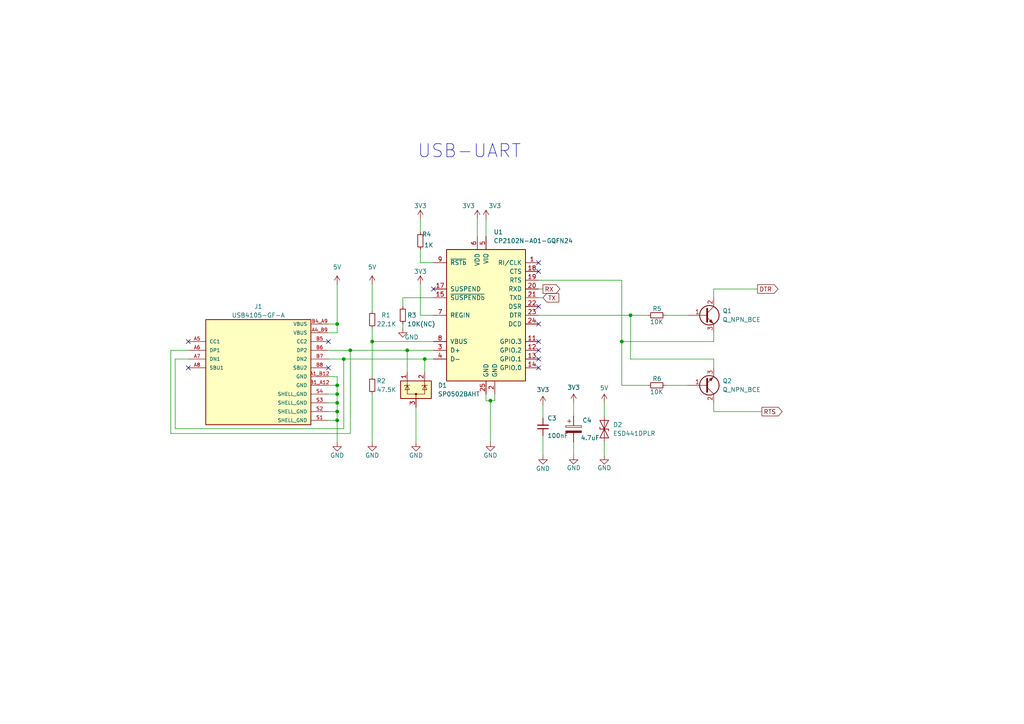
<source format=kicad_sch>
(kicad_sch
	(version 20250114)
	(generator "eeschema")
	(generator_version "9.0")
	(uuid "dd9731b7-4846-4e6e-a77f-2c4d6ff27d06")
	(paper "A4")
	(lib_symbols
		(symbol "Device:C_Polarized"
			(pin_numbers
				(hide yes)
			)
			(pin_names
				(offset 0.254)
			)
			(exclude_from_sim no)
			(in_bom yes)
			(on_board yes)
			(property "Reference" "C"
				(at 0.635 2.54 0)
				(effects
					(font
						(size 1.27 1.27)
					)
					(justify left)
				)
			)
			(property "Value" "C_Polarized"
				(at 0.635 -2.54 0)
				(effects
					(font
						(size 1.27 1.27)
					)
					(justify left)
				)
			)
			(property "Footprint" ""
				(at 0.9652 -3.81 0)
				(effects
					(font
						(size 1.27 1.27)
					)
					(hide yes)
				)
			)
			(property "Datasheet" "~"
				(at 0 0 0)
				(effects
					(font
						(size 1.27 1.27)
					)
					(hide yes)
				)
			)
			(property "Description" "Polarized capacitor"
				(at 0 0 0)
				(effects
					(font
						(size 1.27 1.27)
					)
					(hide yes)
				)
			)
			(property "ki_keywords" "cap capacitor"
				(at 0 0 0)
				(effects
					(font
						(size 1.27 1.27)
					)
					(hide yes)
				)
			)
			(property "ki_fp_filters" "CP_*"
				(at 0 0 0)
				(effects
					(font
						(size 1.27 1.27)
					)
					(hide yes)
				)
			)
			(symbol "C_Polarized_0_1"
				(rectangle
					(start -2.286 0.508)
					(end 2.286 1.016)
					(stroke
						(width 0)
						(type default)
					)
					(fill
						(type none)
					)
				)
				(polyline
					(pts
						(xy -1.778 2.286) (xy -0.762 2.286)
					)
					(stroke
						(width 0)
						(type default)
					)
					(fill
						(type none)
					)
				)
				(polyline
					(pts
						(xy -1.27 2.794) (xy -1.27 1.778)
					)
					(stroke
						(width 0)
						(type default)
					)
					(fill
						(type none)
					)
				)
				(rectangle
					(start 2.286 -0.508)
					(end -2.286 -1.016)
					(stroke
						(width 0)
						(type default)
					)
					(fill
						(type outline)
					)
				)
			)
			(symbol "C_Polarized_1_1"
				(pin passive line
					(at 0 3.81 270)
					(length 2.794)
					(name "~"
						(effects
							(font
								(size 1.27 1.27)
							)
						)
					)
					(number "1"
						(effects
							(font
								(size 1.27 1.27)
							)
						)
					)
				)
				(pin passive line
					(at 0 -3.81 90)
					(length 2.794)
					(name "~"
						(effects
							(font
								(size 1.27 1.27)
							)
						)
					)
					(number "2"
						(effects
							(font
								(size 1.27 1.27)
							)
						)
					)
				)
			)
			(embedded_fonts no)
		)
		(symbol "Device:C_Small"
			(pin_numbers
				(hide yes)
			)
			(pin_names
				(offset 0.254)
				(hide yes)
			)
			(exclude_from_sim no)
			(in_bom yes)
			(on_board yes)
			(property "Reference" "C"
				(at 0.254 1.778 0)
				(effects
					(font
						(size 1.27 1.27)
					)
					(justify left)
				)
			)
			(property "Value" "C_Small"
				(at 0.254 -2.032 0)
				(effects
					(font
						(size 1.27 1.27)
					)
					(justify left)
				)
			)
			(property "Footprint" ""
				(at 0 0 0)
				(effects
					(font
						(size 1.27 1.27)
					)
					(hide yes)
				)
			)
			(property "Datasheet" "~"
				(at 0 0 0)
				(effects
					(font
						(size 1.27 1.27)
					)
					(hide yes)
				)
			)
			(property "Description" "Unpolarized capacitor, small symbol"
				(at 0 0 0)
				(effects
					(font
						(size 1.27 1.27)
					)
					(hide yes)
				)
			)
			(property "ki_keywords" "capacitor cap"
				(at 0 0 0)
				(effects
					(font
						(size 1.27 1.27)
					)
					(hide yes)
				)
			)
			(property "ki_fp_filters" "C_*"
				(at 0 0 0)
				(effects
					(font
						(size 1.27 1.27)
					)
					(hide yes)
				)
			)
			(symbol "C_Small_0_1"
				(polyline
					(pts
						(xy -1.524 0.508) (xy 1.524 0.508)
					)
					(stroke
						(width 0.3048)
						(type default)
					)
					(fill
						(type none)
					)
				)
				(polyline
					(pts
						(xy -1.524 -0.508) (xy 1.524 -0.508)
					)
					(stroke
						(width 0.3302)
						(type default)
					)
					(fill
						(type none)
					)
				)
			)
			(symbol "C_Small_1_1"
				(pin passive line
					(at 0 2.54 270)
					(length 2.032)
					(name "~"
						(effects
							(font
								(size 1.27 1.27)
							)
						)
					)
					(number "1"
						(effects
							(font
								(size 1.27 1.27)
							)
						)
					)
				)
				(pin passive line
					(at 0 -2.54 90)
					(length 2.032)
					(name "~"
						(effects
							(font
								(size 1.27 1.27)
							)
						)
					)
					(number "2"
						(effects
							(font
								(size 1.27 1.27)
							)
						)
					)
				)
			)
			(embedded_fonts no)
		)
		(symbol "Device:Q_NPN_BCE"
			(pin_names
				(offset 0)
				(hide yes)
			)
			(exclude_from_sim no)
			(in_bom yes)
			(on_board yes)
			(property "Reference" "Q"
				(at 5.08 1.27 0)
				(effects
					(font
						(size 1.27 1.27)
					)
					(justify left)
				)
			)
			(property "Value" "Q_NPN_BCE"
				(at 5.08 -1.27 0)
				(effects
					(font
						(size 1.27 1.27)
					)
					(justify left)
				)
			)
			(property "Footprint" ""
				(at 5.08 2.54 0)
				(effects
					(font
						(size 1.27 1.27)
					)
					(hide yes)
				)
			)
			(property "Datasheet" "~"
				(at 0 0 0)
				(effects
					(font
						(size 1.27 1.27)
					)
					(hide yes)
				)
			)
			(property "Description" "NPN transistor, base/collector/emitter"
				(at 0 0 0)
				(effects
					(font
						(size 1.27 1.27)
					)
					(hide yes)
				)
			)
			(property "ki_keywords" "transistor NPN"
				(at 0 0 0)
				(effects
					(font
						(size 1.27 1.27)
					)
					(hide yes)
				)
			)
			(symbol "Q_NPN_BCE_0_1"
				(polyline
					(pts
						(xy 0.635 1.905) (xy 0.635 -1.905) (xy 0.635 -1.905)
					)
					(stroke
						(width 0.508)
						(type default)
					)
					(fill
						(type none)
					)
				)
				(polyline
					(pts
						(xy 0.635 0.635) (xy 2.54 2.54)
					)
					(stroke
						(width 0)
						(type default)
					)
					(fill
						(type none)
					)
				)
				(polyline
					(pts
						(xy 0.635 -0.635) (xy 2.54 -2.54) (xy 2.54 -2.54)
					)
					(stroke
						(width 0)
						(type default)
					)
					(fill
						(type none)
					)
				)
				(circle
					(center 1.27 0)
					(radius 2.8194)
					(stroke
						(width 0.254)
						(type default)
					)
					(fill
						(type none)
					)
				)
				(polyline
					(pts
						(xy 1.27 -1.778) (xy 1.778 -1.27) (xy 2.286 -2.286) (xy 1.27 -1.778) (xy 1.27 -1.778)
					)
					(stroke
						(width 0)
						(type default)
					)
					(fill
						(type outline)
					)
				)
			)
			(symbol "Q_NPN_BCE_1_1"
				(pin input line
					(at -5.08 0 0)
					(length 5.715)
					(name "B"
						(effects
							(font
								(size 1.27 1.27)
							)
						)
					)
					(number "1"
						(effects
							(font
								(size 1.27 1.27)
							)
						)
					)
				)
				(pin passive line
					(at 2.54 5.08 270)
					(length 2.54)
					(name "C"
						(effects
							(font
								(size 1.27 1.27)
							)
						)
					)
					(number "2"
						(effects
							(font
								(size 1.27 1.27)
							)
						)
					)
				)
				(pin passive line
					(at 2.54 -5.08 90)
					(length 2.54)
					(name "E"
						(effects
							(font
								(size 1.27 1.27)
							)
						)
					)
					(number "3"
						(effects
							(font
								(size 1.27 1.27)
							)
						)
					)
				)
			)
			(embedded_fonts no)
		)
		(symbol "Diode:SD15_SOD323"
			(pin_numbers
				(hide yes)
			)
			(pin_names
				(offset 1.016)
				(hide yes)
			)
			(exclude_from_sim no)
			(in_bom yes)
			(on_board yes)
			(property "Reference" "D"
				(at 0 2.54 0)
				(effects
					(font
						(size 1.27 1.27)
					)
				)
			)
			(property "Value" "SD15_SOD323"
				(at 0 -2.54 0)
				(effects
					(font
						(size 1.27 1.27)
					)
				)
			)
			(property "Footprint" "Diode_SMD:D_SOD-323"
				(at 0 -5.08 0)
				(effects
					(font
						(size 1.27 1.27)
					)
					(hide yes)
				)
			)
			(property "Datasheet" "https://www.littelfuse.com/~/media/electronics/datasheets/tvs_diode_arrays/littelfuse_tvs_diode_array_sd_c_datasheet.pdf.pdf"
				(at 0 0 0)
				(effects
					(font
						(size 1.27 1.27)
					)
					(hide yes)
				)
			)
			(property "Description" "15V, 450W Discrete Bidirectional TVS Diode, SOD-323"
				(at 0 0 0)
				(effects
					(font
						(size 1.27 1.27)
					)
					(hide yes)
				)
			)
			(property "ki_keywords" "transient voltage suppressor thyrector transil"
				(at 0 0 0)
				(effects
					(font
						(size 1.27 1.27)
					)
					(hide yes)
				)
			)
			(property "ki_fp_filters" "D?SOD?323*"
				(at 0 0 0)
				(effects
					(font
						(size 1.27 1.27)
					)
					(hide yes)
				)
			)
			(symbol "SD15_SOD323_0_1"
				(polyline
					(pts
						(xy -2.54 -1.27) (xy 0 0) (xy -2.54 1.27) (xy -2.54 -1.27)
					)
					(stroke
						(width 0.2032)
						(type default)
					)
					(fill
						(type none)
					)
				)
				(polyline
					(pts
						(xy 0.508 1.27) (xy 0 1.27) (xy 0 -1.27) (xy -0.508 -1.27)
					)
					(stroke
						(width 0.2032)
						(type default)
					)
					(fill
						(type none)
					)
				)
				(polyline
					(pts
						(xy 1.27 0) (xy -1.27 0)
					)
					(stroke
						(width 0)
						(type default)
					)
					(fill
						(type none)
					)
				)
				(polyline
					(pts
						(xy 2.54 1.27) (xy 2.54 -1.27) (xy 0 0) (xy 2.54 1.27)
					)
					(stroke
						(width 0.2032)
						(type default)
					)
					(fill
						(type none)
					)
				)
			)
			(symbol "SD15_SOD323_1_1"
				(pin passive line
					(at -3.81 0 0)
					(length 2.54)
					(name "A1"
						(effects
							(font
								(size 1.27 1.27)
							)
						)
					)
					(number "1"
						(effects
							(font
								(size 1.27 1.27)
							)
						)
					)
				)
				(pin passive line
					(at 3.81 0 180)
					(length 2.54)
					(name "A2"
						(effects
							(font
								(size 1.27 1.27)
							)
						)
					)
					(number "2"
						(effects
							(font
								(size 1.27 1.27)
							)
						)
					)
				)
			)
			(embedded_fonts no)
		)
		(symbol "PUTRocketLab_IC:CP2102N-A01-GQFN24"
			(pin_names
				(offset 1.016)
			)
			(exclude_from_sim no)
			(in_bom yes)
			(on_board yes)
			(property "Reference" "U"
				(at -5.08 22.225 0)
				(effects
					(font
						(size 1.27 1.27)
					)
					(justify right)
				)
			)
			(property "Value" "CP2102N-A01-GQFN24"
				(at -5.08 20.32 0)
				(effects
					(font
						(size 1.27 1.27)
					)
					(justify right)
				)
			)
			(property "Footprint" "Package_DFN_QFN:QFN-24-1EP_4x4mm_P0.5mm_EP2.6x2.6mm"
				(at 11.43 -20.32 0)
				(effects
					(font
						(size 1.27 1.27)
					)
					(justify left)
					(hide yes)
				)
			)
			(property "Datasheet" "https://www.silabs.com/documents/public/data-sheets/cp2102n-datasheet.pdf"
				(at 1.27 -26.67 0)
				(effects
					(font
						(size 1.27 1.27)
					)
					(hide yes)
				)
			)
			(property "Description" "USB to UART master bridge, QFN-24"
				(at 0 0 0)
				(effects
					(font
						(size 1.27 1.27)
					)
					(hide yes)
				)
			)
			(property "ki_keywords" "USB UART bridge"
				(at 0 0 0)
				(effects
					(font
						(size 1.27 1.27)
					)
					(hide yes)
				)
			)
			(property "ki_fp_filters" "QFN*4x4mm*P0.5mm*"
				(at 0 0 0)
				(effects
					(font
						(size 1.27 1.27)
					)
					(hide yes)
				)
			)
			(symbol "CP2102N-A01-GQFN24_0_1"
				(rectangle
					(start -11.43 19.05)
					(end 11.43 -19.05)
					(stroke
						(width 0.254)
						(type default)
					)
					(fill
						(type background)
					)
				)
			)
			(symbol "CP2102N-A01-GQFN24_1_1"
				(pin input line
					(at -15.24 15.24 0)
					(length 3.81)
					(name "~{RSTb}"
						(effects
							(font
								(size 1.27 1.27)
							)
						)
					)
					(number "9"
						(effects
							(font
								(size 1.27 1.27)
							)
						)
					)
				)
				(pin output line
					(at -15.24 7.62 0)
					(length 3.81)
					(name "SUSPEND"
						(effects
							(font
								(size 1.27 1.27)
							)
						)
					)
					(number "17"
						(effects
							(font
								(size 1.27 1.27)
							)
						)
					)
				)
				(pin output line
					(at -15.24 5.08 0)
					(length 3.81)
					(name "~{SUSPENDb}"
						(effects
							(font
								(size 1.27 1.27)
							)
						)
					)
					(number "15"
						(effects
							(font
								(size 1.27 1.27)
							)
						)
					)
				)
				(pin power_in line
					(at -15.24 0 0)
					(length 3.81)
					(name "REGIN"
						(effects
							(font
								(size 1.27 1.27)
							)
						)
					)
					(number "7"
						(effects
							(font
								(size 1.27 1.27)
							)
						)
					)
				)
				(pin input line
					(at -15.24 -7.62 0)
					(length 3.81)
					(name "VBUS"
						(effects
							(font
								(size 1.27 1.27)
							)
						)
					)
					(number "8"
						(effects
							(font
								(size 1.27 1.27)
							)
						)
					)
				)
				(pin bidirectional line
					(at -15.24 -10.16 0)
					(length 3.81)
					(name "D+"
						(effects
							(font
								(size 1.27 1.27)
							)
						)
					)
					(number "3"
						(effects
							(font
								(size 1.27 1.27)
							)
						)
					)
				)
				(pin bidirectional line
					(at -15.24 -12.7 0)
					(length 3.81)
					(name "D-"
						(effects
							(font
								(size 1.27 1.27)
							)
						)
					)
					(number "4"
						(effects
							(font
								(size 1.27 1.27)
							)
						)
					)
				)
				(pin power_in line
					(at -2.54 22.86 270)
					(length 3.81)
					(name "VDD"
						(effects
							(font
								(size 1.27 1.27)
							)
						)
					)
					(number "6"
						(effects
							(font
								(size 1.27 1.27)
							)
						)
					)
				)
				(pin power_in line
					(at 0 22.86 270)
					(length 3.81)
					(name "VIO"
						(effects
							(font
								(size 1.27 1.27)
							)
						)
					)
					(number "5"
						(effects
							(font
								(size 1.27 1.27)
							)
						)
					)
				)
				(pin power_in line
					(at 0 -22.86 90)
					(length 3.81)
					(name "GND"
						(effects
							(font
								(size 1.27 1.27)
							)
						)
					)
					(number "25"
						(effects
							(font
								(size 1.27 1.27)
							)
						)
					)
				)
				(pin power_in line
					(at 2.54 -22.86 90)
					(length 3.81)
					(name "GND"
						(effects
							(font
								(size 1.27 1.27)
							)
						)
					)
					(number "2"
						(effects
							(font
								(size 1.27 1.27)
							)
						)
					)
				)
				(pin no_connect line
					(at 7.62 -22.86 90)
					(length 3.81)
					(hide yes)
					(name "NC"
						(effects
							(font
								(size 1.27 1.27)
							)
						)
					)
					(number "16"
						(effects
							(font
								(size 1.27 1.27)
							)
						)
					)
				)
				(pin no_connect line
					(at 10.16 -22.86 90)
					(length 3.81)
					(hide yes)
					(name "NC"
						(effects
							(font
								(size 1.27 1.27)
							)
						)
					)
					(number "10"
						(effects
							(font
								(size 1.27 1.27)
							)
						)
					)
				)
				(pin bidirectional line
					(at 15.24 15.24 180)
					(length 3.81)
					(name "RI/CLK"
						(effects
							(font
								(size 1.27 1.27)
							)
						)
					)
					(number "1"
						(effects
							(font
								(size 1.27 1.27)
							)
						)
					)
				)
				(pin input line
					(at 15.24 12.7 180)
					(length 3.81)
					(name "CTS"
						(effects
							(font
								(size 1.27 1.27)
							)
						)
					)
					(number "18"
						(effects
							(font
								(size 1.27 1.27)
							)
						)
					)
				)
				(pin output line
					(at 15.24 10.16 180)
					(length 3.81)
					(name "RTS"
						(effects
							(font
								(size 1.27 1.27)
							)
						)
					)
					(number "19"
						(effects
							(font
								(size 1.27 1.27)
							)
						)
					)
				)
				(pin input line
					(at 15.24 7.62 180)
					(length 3.81)
					(name "RXD"
						(effects
							(font
								(size 1.27 1.27)
							)
						)
					)
					(number "20"
						(effects
							(font
								(size 1.27 1.27)
							)
						)
					)
				)
				(pin output line
					(at 15.24 5.08 180)
					(length 3.81)
					(name "TXD"
						(effects
							(font
								(size 1.27 1.27)
							)
						)
					)
					(number "21"
						(effects
							(font
								(size 1.27 1.27)
							)
						)
					)
				)
				(pin input line
					(at 15.24 2.54 180)
					(length 3.81)
					(name "DSR"
						(effects
							(font
								(size 1.27 1.27)
							)
						)
					)
					(number "22"
						(effects
							(font
								(size 1.27 1.27)
							)
						)
					)
				)
				(pin output line
					(at 15.24 0 180)
					(length 3.81)
					(name "DTR"
						(effects
							(font
								(size 1.27 1.27)
							)
						)
					)
					(number "23"
						(effects
							(font
								(size 1.27 1.27)
							)
						)
					)
				)
				(pin input line
					(at 15.24 -2.54 180)
					(length 3.81)
					(name "DCD"
						(effects
							(font
								(size 1.27 1.27)
							)
						)
					)
					(number "24"
						(effects
							(font
								(size 1.27 1.27)
							)
						)
					)
				)
				(pin bidirectional line
					(at 15.24 -7.62 180)
					(length 3.81)
					(name "GPIO.3"
						(effects
							(font
								(size 1.27 1.27)
							)
						)
					)
					(number "11"
						(effects
							(font
								(size 1.27 1.27)
							)
						)
					)
				)
				(pin bidirectional line
					(at 15.24 -10.16 180)
					(length 3.81)
					(name "GPIO.2"
						(effects
							(font
								(size 1.27 1.27)
							)
						)
					)
					(number "12"
						(effects
							(font
								(size 1.27 1.27)
							)
						)
					)
				)
				(pin bidirectional line
					(at 15.24 -12.7 180)
					(length 3.81)
					(name "GPIO.1"
						(effects
							(font
								(size 1.27 1.27)
							)
						)
					)
					(number "13"
						(effects
							(font
								(size 1.27 1.27)
							)
						)
					)
				)
				(pin bidirectional line
					(at 15.24 -15.24 180)
					(length 3.81)
					(name "GPIO.0"
						(effects
							(font
								(size 1.27 1.27)
							)
						)
					)
					(number "14"
						(effects
							(font
								(size 1.27 1.27)
							)
						)
					)
				)
			)
			(embedded_fonts no)
		)
		(symbol "PUTRocketLab_connectors:USB4105-GF-A"
			(pin_names
				(offset 1.016)
			)
			(exclude_from_sim no)
			(in_bom yes)
			(on_board yes)
			(property "Reference" "J?"
				(at 0 17.78 0)
				(effects
					(font
						(size 1.27 1.27)
					)
				)
			)
			(property "Value" "USB4105-GF-A"
				(at 0 15.24 0)
				(effects
					(font
						(size 1.27 1.27)
					)
				)
			)
			(property "Footprint" "PUTRocketLab_other:GCT_USB4105-GF-A"
				(at 0 0 0)
				(effects
					(font
						(size 1.27 1.27)
					)
					(justify left bottom)
					(hide yes)
				)
			)
			(property "Datasheet" ""
				(at 0 0 0)
				(effects
					(font
						(size 1.27 1.27)
					)
					(justify left bottom)
					(hide yes)
				)
			)
			(property "Description" ""
				(at 0 0 0)
				(effects
					(font
						(size 1.27 1.27)
					)
					(hide yes)
				)
			)
			(property "MAXIMUM_PACKAGE_HEIGHT" "3.31 mm"
				(at 0 0 0)
				(effects
					(font
						(size 1.27 1.27)
					)
					(justify left bottom)
					(hide yes)
				)
			)
			(property "MANUFACTURER" "GCT"
				(at 0 0 0)
				(effects
					(font
						(size 1.27 1.27)
					)
					(justify left bottom)
					(hide yes)
				)
			)
			(property "PARTREV" "A3"
				(at 0 0 0)
				(effects
					(font
						(size 1.27 1.27)
					)
					(justify left bottom)
					(hide yes)
				)
			)
			(property "STANDARD" "Manufacturer Recommendations"
				(at 0 0 0)
				(effects
					(font
						(size 1.27 1.27)
					)
					(justify left bottom)
					(hide yes)
				)
			)
			(property "ki_locked" ""
				(at 0 0 0)
				(effects
					(font
						(size 1.27 1.27)
					)
				)
			)
			(symbol "USB4105-GF-A_0_0"
				(rectangle
					(start -15.24 11.43)
					(end 15.24 -19.05)
					(stroke
						(width 0.254)
						(type default)
					)
					(fill
						(type background)
					)
				)
				(pin bidirectional line
					(at -20.32 5.08 0)
					(length 5.08)
					(name "CC1"
						(effects
							(font
								(size 1.016 1.016)
							)
						)
					)
					(number "A5"
						(effects
							(font
								(size 1.016 1.016)
							)
						)
					)
				)
				(pin bidirectional line
					(at -20.32 2.54 0)
					(length 5.08)
					(name "DP1"
						(effects
							(font
								(size 1.016 1.016)
							)
						)
					)
					(number "A6"
						(effects
							(font
								(size 1.016 1.016)
							)
						)
					)
				)
				(pin bidirectional line
					(at -20.32 0 0)
					(length 5.08)
					(name "DN1"
						(effects
							(font
								(size 1.016 1.016)
							)
						)
					)
					(number "A7"
						(effects
							(font
								(size 1.016 1.016)
							)
						)
					)
				)
				(pin bidirectional line
					(at -20.32 -2.54 0)
					(length 5.08)
					(name "SBU1"
						(effects
							(font
								(size 1.016 1.016)
							)
						)
					)
					(number "A8"
						(effects
							(font
								(size 1.016 1.016)
							)
						)
					)
				)
				(pin power_in line
					(at 20.32 10.16 180)
					(length 5.08)
					(name "VBUS"
						(effects
							(font
								(size 1.016 1.016)
							)
						)
					)
					(number "B4_A9"
						(effects
							(font
								(size 1.016 1.016)
							)
						)
					)
				)
				(pin power_in line
					(at 20.32 7.62 180)
					(length 5.08)
					(name "VBUS"
						(effects
							(font
								(size 1.016 1.016)
							)
						)
					)
					(number "A4_B9"
						(effects
							(font
								(size 1.016 1.016)
							)
						)
					)
				)
				(pin bidirectional line
					(at 20.32 5.08 180)
					(length 5.08)
					(name "CC2"
						(effects
							(font
								(size 1.016 1.016)
							)
						)
					)
					(number "B5"
						(effects
							(font
								(size 1.016 1.016)
							)
						)
					)
				)
				(pin bidirectional line
					(at 20.32 2.54 180)
					(length 5.08)
					(name "DP2"
						(effects
							(font
								(size 1.016 1.016)
							)
						)
					)
					(number "B6"
						(effects
							(font
								(size 1.016 1.016)
							)
						)
					)
				)
				(pin bidirectional line
					(at 20.32 0 180)
					(length 5.08)
					(name "DN2"
						(effects
							(font
								(size 1.016 1.016)
							)
						)
					)
					(number "B7"
						(effects
							(font
								(size 1.016 1.016)
							)
						)
					)
				)
				(pin bidirectional line
					(at 20.32 -2.54 180)
					(length 5.08)
					(name "SBU2"
						(effects
							(font
								(size 1.016 1.016)
							)
						)
					)
					(number "B8"
						(effects
							(font
								(size 1.016 1.016)
							)
						)
					)
				)
				(pin power_in line
					(at 20.32 -5.08 180)
					(length 5.08)
					(name "GND"
						(effects
							(font
								(size 1.016 1.016)
							)
						)
					)
					(number "A1_B12"
						(effects
							(font
								(size 1.016 1.016)
							)
						)
					)
				)
				(pin power_in line
					(at 20.32 -7.62 180)
					(length 5.08)
					(name "GND"
						(effects
							(font
								(size 1.016 1.016)
							)
						)
					)
					(number "B1_A12"
						(effects
							(font
								(size 1.016 1.016)
							)
						)
					)
				)
				(pin power_in line
					(at 20.32 -10.16 180)
					(length 5.08)
					(name "SHELL_GND"
						(effects
							(font
								(size 1.016 1.016)
							)
						)
					)
					(number "S4"
						(effects
							(font
								(size 1.016 1.016)
							)
						)
					)
				)
				(pin power_in line
					(at 20.32 -12.7 180)
					(length 5.08)
					(name "SHELL_GND"
						(effects
							(font
								(size 1.016 1.016)
							)
						)
					)
					(number "S3"
						(effects
							(font
								(size 1.016 1.016)
							)
						)
					)
				)
				(pin power_in line
					(at 20.32 -15.24 180)
					(length 5.08)
					(name "SHELL_GND"
						(effects
							(font
								(size 1.016 1.016)
							)
						)
					)
					(number "S2"
						(effects
							(font
								(size 1.016 1.016)
							)
						)
					)
				)
				(pin power_in line
					(at 20.32 -17.78 180)
					(length 5.08)
					(name "SHELL_GND"
						(effects
							(font
								(size 1.016 1.016)
							)
						)
					)
					(number "S1"
						(effects
							(font
								(size 1.016 1.016)
							)
						)
					)
				)
			)
			(embedded_fonts no)
		)
		(symbol "PUTRocketLab_power:GND"
			(power)
			(pin_names
				(offset 0)
			)
			(exclude_from_sim no)
			(in_bom yes)
			(on_board yes)
			(property "Reference" "#PWR"
				(at 0 -6.35 0)
				(effects
					(font
						(size 1.27 1.27)
					)
					(hide yes)
				)
			)
			(property "Value" "GND"
				(at 0 -3.81 0)
				(effects
					(font
						(size 1.27 1.27)
					)
				)
			)
			(property "Footprint" ""
				(at 0 0 0)
				(effects
					(font
						(size 1.27 1.27)
					)
					(hide yes)
				)
			)
			(property "Datasheet" ""
				(at 0 0 0)
				(effects
					(font
						(size 1.27 1.27)
					)
					(hide yes)
				)
			)
			(property "Description" "Power symbol creates a global label with name \"GND\" , ground"
				(at 0 0 0)
				(effects
					(font
						(size 1.27 1.27)
					)
					(hide yes)
				)
			)
			(property "ki_keywords" "power-flag"
				(at 0 0 0)
				(effects
					(font
						(size 1.27 1.27)
					)
					(hide yes)
				)
			)
			(symbol "GND_0_1"
				(polyline
					(pts
						(xy 0 0) (xy 0 -1.27) (xy 1.27 -1.27) (xy 0 -2.54) (xy -1.27 -1.27) (xy 0 -1.27)
					)
					(stroke
						(width 0)
						(type default)
					)
					(fill
						(type none)
					)
				)
			)
			(symbol "GND_1_1"
				(pin power_in line
					(at 0 0 270)
					(length 0)
					(hide yes)
					(name "GND"
						(effects
							(font
								(size 1.27 1.27)
							)
						)
					)
					(number "1"
						(effects
							(font
								(size 1.27 1.27)
							)
						)
					)
				)
			)
			(embedded_fonts no)
		)
		(symbol "Power_Protection:SP0502BAHT"
			(pin_names
				(hide yes)
			)
			(exclude_from_sim no)
			(in_bom yes)
			(on_board yes)
			(property "Reference" "D"
				(at 5.715 2.54 0)
				(effects
					(font
						(size 1.27 1.27)
					)
					(justify left)
				)
			)
			(property "Value" "SP0502BAHT"
				(at 5.715 0.635 0)
				(effects
					(font
						(size 1.27 1.27)
					)
					(justify left)
				)
			)
			(property "Footprint" "Package_TO_SOT_SMD:SOT-23"
				(at 5.715 -1.27 0)
				(effects
					(font
						(size 1.27 1.27)
					)
					(justify left)
					(hide yes)
				)
			)
			(property "Datasheet" "http://www.littelfuse.com/~/media/files/littelfuse/technical%20resources/documents/data%20sheets/sp05xxba.pdf"
				(at 3.175 3.175 0)
				(effects
					(font
						(size 1.27 1.27)
					)
					(hide yes)
				)
			)
			(property "Description" "TVS Diode Array, 5.5V Standoff, 2 Channels, SOT-23 package"
				(at 0 0 0)
				(effects
					(font
						(size 1.27 1.27)
					)
					(hide yes)
				)
			)
			(property "ki_keywords" "usb esd protection suppression transient"
				(at 0 0 0)
				(effects
					(font
						(size 1.27 1.27)
					)
					(hide yes)
				)
			)
			(property "ki_fp_filters" "SOT?23*"
				(at 0 0 0)
				(effects
					(font
						(size 1.27 1.27)
					)
					(hide yes)
				)
			)
			(symbol "SP0502BAHT_0_0"
				(pin passive line
					(at 0 -5.08 90)
					(length 2.54)
					(name "A"
						(effects
							(font
								(size 1.27 1.27)
							)
						)
					)
					(number "3"
						(effects
							(font
								(size 1.27 1.27)
							)
						)
					)
				)
			)
			(symbol "SP0502BAHT_0_1"
				(rectangle
					(start -4.445 2.54)
					(end 4.445 -2.54)
					(stroke
						(width 0.254)
						(type default)
					)
					(fill
						(type background)
					)
				)
				(polyline
					(pts
						(xy -3.302 1.016) (xy -3.302 1.27) (xy -1.905 1.27) (xy -1.778 1.27)
					)
					(stroke
						(width 0)
						(type default)
					)
					(fill
						(type none)
					)
				)
				(polyline
					(pts
						(xy -2.54 2.54) (xy -2.54 1.27)
					)
					(stroke
						(width 0)
						(type default)
					)
					(fill
						(type none)
					)
				)
				(polyline
					(pts
						(xy -2.54 1.27) (xy -2.54 -1.27) (xy 2.54 -1.27) (xy 2.54 1.27)
					)
					(stroke
						(width 0)
						(type default)
					)
					(fill
						(type none)
					)
				)
				(polyline
					(pts
						(xy -2.54 1.27) (xy -1.905 0) (xy -3.175 0) (xy -2.54 1.27)
					)
					(stroke
						(width 0)
						(type default)
					)
					(fill
						(type none)
					)
				)
				(polyline
					(pts
						(xy 0 -1.27) (xy 0 -2.54)
					)
					(stroke
						(width 0)
						(type default)
					)
					(fill
						(type none)
					)
				)
				(circle
					(center 0 -1.27)
					(radius 0.254)
					(stroke
						(width 0)
						(type default)
					)
					(fill
						(type outline)
					)
				)
				(polyline
					(pts
						(xy 1.778 1.016) (xy 1.778 1.27) (xy 3.175 1.27) (xy 3.302 1.27)
					)
					(stroke
						(width 0)
						(type default)
					)
					(fill
						(type none)
					)
				)
				(polyline
					(pts
						(xy 2.54 2.54) (xy 2.54 1.27)
					)
					(stroke
						(width 0)
						(type default)
					)
					(fill
						(type none)
					)
				)
				(polyline
					(pts
						(xy 2.54 1.27) (xy 1.905 0) (xy 3.175 0) (xy 2.54 1.27)
					)
					(stroke
						(width 0)
						(type default)
					)
					(fill
						(type none)
					)
				)
			)
			(symbol "SP0502BAHT_1_1"
				(pin passive line
					(at -2.54 5.08 270)
					(length 2.54)
					(name "K"
						(effects
							(font
								(size 1.27 1.27)
							)
						)
					)
					(number "1"
						(effects
							(font
								(size 1.27 1.27)
							)
						)
					)
				)
				(pin passive line
					(at 2.54 5.08 270)
					(length 2.54)
					(name "K"
						(effects
							(font
								(size 1.27 1.27)
							)
						)
					)
					(number "2"
						(effects
							(font
								(size 1.27 1.27)
							)
						)
					)
				)
			)
			(embedded_fonts no)
		)
		(symbol "PutRocketLab_RCL:R_Small"
			(pin_numbers
				(hide yes)
			)
			(pin_names
				(offset 0.254)
				(hide yes)
			)
			(exclude_from_sim no)
			(in_bom yes)
			(on_board yes)
			(property "Reference" "R"
				(at 0.762 0.508 0)
				(effects
					(font
						(size 1.27 1.27)
					)
					(justify left)
				)
			)
			(property "Value" "R_Small"
				(at 0.762 -1.016 0)
				(effects
					(font
						(size 1.27 1.27)
					)
					(justify left)
				)
			)
			(property "Footprint" ""
				(at 0 0 0)
				(effects
					(font
						(size 1.27 1.27)
					)
					(hide yes)
				)
			)
			(property "Datasheet" "~"
				(at 0 0 0)
				(effects
					(font
						(size 1.27 1.27)
					)
					(hide yes)
				)
			)
			(property "Description" "Resistor, small symbol"
				(at 0 0 0)
				(effects
					(font
						(size 1.27 1.27)
					)
					(hide yes)
				)
			)
			(property "ki_keywords" "R resistor"
				(at 0 0 0)
				(effects
					(font
						(size 1.27 1.27)
					)
					(hide yes)
				)
			)
			(property "ki_fp_filters" "R_*"
				(at 0 0 0)
				(effects
					(font
						(size 1.27 1.27)
					)
					(hide yes)
				)
			)
			(symbol "R_Small_0_1"
				(rectangle
					(start -0.762 1.778)
					(end 0.762 -1.778)
					(stroke
						(width 0.2032)
						(type default)
					)
					(fill
						(type none)
					)
				)
			)
			(symbol "R_Small_1_1"
				(pin passive line
					(at 0 2.54 270)
					(length 0.762)
					(name "~"
						(effects
							(font
								(size 1.27 1.27)
							)
						)
					)
					(number "1"
						(effects
							(font
								(size 1.27 1.27)
							)
						)
					)
				)
				(pin passive line
					(at 0 -2.54 90)
					(length 0.762)
					(name "~"
						(effects
							(font
								(size 1.27 1.27)
							)
						)
					)
					(number "2"
						(effects
							(font
								(size 1.27 1.27)
							)
						)
					)
				)
			)
			(embedded_fonts no)
		)
		(symbol "power:+3.3V"
			(power)
			(pin_names
				(offset 0)
			)
			(exclude_from_sim no)
			(in_bom yes)
			(on_board yes)
			(property "Reference" "#PWR"
				(at 0 -3.81 0)
				(effects
					(font
						(size 1.27 1.27)
					)
					(hide yes)
				)
			)
			(property "Value" "+3.3V"
				(at 0 3.556 0)
				(effects
					(font
						(size 1.27 1.27)
					)
				)
			)
			(property "Footprint" ""
				(at 0 0 0)
				(effects
					(font
						(size 1.27 1.27)
					)
					(hide yes)
				)
			)
			(property "Datasheet" ""
				(at 0 0 0)
				(effects
					(font
						(size 1.27 1.27)
					)
					(hide yes)
				)
			)
			(property "Description" "Power symbol creates a global label with name \"+3.3V\""
				(at 0 0 0)
				(effects
					(font
						(size 1.27 1.27)
					)
					(hide yes)
				)
			)
			(property "ki_keywords" "power-flag"
				(at 0 0 0)
				(effects
					(font
						(size 1.27 1.27)
					)
					(hide yes)
				)
			)
			(symbol "+3.3V_0_1"
				(polyline
					(pts
						(xy -0.762 1.27) (xy 0 2.54)
					)
					(stroke
						(width 0)
						(type default)
					)
					(fill
						(type none)
					)
				)
				(polyline
					(pts
						(xy 0 2.54) (xy 0.762 1.27)
					)
					(stroke
						(width 0)
						(type default)
					)
					(fill
						(type none)
					)
				)
				(polyline
					(pts
						(xy 0 0) (xy 0 2.54)
					)
					(stroke
						(width 0)
						(type default)
					)
					(fill
						(type none)
					)
				)
			)
			(symbol "+3.3V_1_1"
				(pin power_in line
					(at 0 0 90)
					(length 0)
					(hide yes)
					(name "+3V3"
						(effects
							(font
								(size 1.27 1.27)
							)
						)
					)
					(number "1"
						(effects
							(font
								(size 1.27 1.27)
							)
						)
					)
				)
			)
			(embedded_fonts no)
		)
		(symbol "power:GND"
			(power)
			(pin_names
				(offset 0)
			)
			(exclude_from_sim no)
			(in_bom yes)
			(on_board yes)
			(property "Reference" "#PWR"
				(at 0 -6.35 0)
				(effects
					(font
						(size 1.27 1.27)
					)
					(hide yes)
				)
			)
			(property "Value" "GND"
				(at 0 -3.81 0)
				(effects
					(font
						(size 1.27 1.27)
					)
				)
			)
			(property "Footprint" ""
				(at 0 0 0)
				(effects
					(font
						(size 1.27 1.27)
					)
					(hide yes)
				)
			)
			(property "Datasheet" ""
				(at 0 0 0)
				(effects
					(font
						(size 1.27 1.27)
					)
					(hide yes)
				)
			)
			(property "Description" "Power symbol creates a global label with name \"GND\" , ground"
				(at 0 0 0)
				(effects
					(font
						(size 1.27 1.27)
					)
					(hide yes)
				)
			)
			(property "ki_keywords" "power-flag"
				(at 0 0 0)
				(effects
					(font
						(size 1.27 1.27)
					)
					(hide yes)
				)
			)
			(symbol "GND_0_1"
				(polyline
					(pts
						(xy 0 0) (xy 0 -1.27) (xy 1.27 -1.27) (xy 0 -2.54) (xy -1.27 -1.27) (xy 0 -1.27)
					)
					(stroke
						(width 0)
						(type default)
					)
					(fill
						(type none)
					)
				)
			)
			(symbol "GND_1_1"
				(pin power_in line
					(at 0 0 270)
					(length 0)
					(hide yes)
					(name "GND"
						(effects
							(font
								(size 1.27 1.27)
							)
						)
					)
					(number "1"
						(effects
							(font
								(size 1.27 1.27)
							)
						)
					)
				)
			)
			(embedded_fonts no)
		)
		(symbol "power:VBUS"
			(power)
			(pin_numbers
				(hide yes)
			)
			(pin_names
				(offset 0)
				(hide yes)
			)
			(exclude_from_sim no)
			(in_bom yes)
			(on_board yes)
			(property "Reference" "#PWR"
				(at 0 -3.81 0)
				(effects
					(font
						(size 1.27 1.27)
					)
					(hide yes)
				)
			)
			(property "Value" "VBUS"
				(at 0 3.556 0)
				(effects
					(font
						(size 1.27 1.27)
					)
				)
			)
			(property "Footprint" ""
				(at 0 0 0)
				(effects
					(font
						(size 1.27 1.27)
					)
					(hide yes)
				)
			)
			(property "Datasheet" ""
				(at 0 0 0)
				(effects
					(font
						(size 1.27 1.27)
					)
					(hide yes)
				)
			)
			(property "Description" "Power symbol creates a global label with name \"VBUS\""
				(at 0 0 0)
				(effects
					(font
						(size 1.27 1.27)
					)
					(hide yes)
				)
			)
			(property "ki_keywords" "global power"
				(at 0 0 0)
				(effects
					(font
						(size 1.27 1.27)
					)
					(hide yes)
				)
			)
			(symbol "VBUS_0_1"
				(polyline
					(pts
						(xy -0.762 1.27) (xy 0 2.54)
					)
					(stroke
						(width 0)
						(type default)
					)
					(fill
						(type none)
					)
				)
				(polyline
					(pts
						(xy 0 2.54) (xy 0.762 1.27)
					)
					(stroke
						(width 0)
						(type default)
					)
					(fill
						(type none)
					)
				)
				(polyline
					(pts
						(xy 0 0) (xy 0 2.54)
					)
					(stroke
						(width 0)
						(type default)
					)
					(fill
						(type none)
					)
				)
			)
			(symbol "VBUS_1_1"
				(pin power_in line
					(at 0 0 90)
					(length 0)
					(name "~"
						(effects
							(font
								(size 1.27 1.27)
							)
						)
					)
					(number "1"
						(effects
							(font
								(size 1.27 1.27)
							)
						)
					)
				)
			)
			(embedded_fonts no)
		)
	)
	(text "USB-UART"
		(exclude_from_sim no)
		(at 136.144 43.942 0)
		(effects
			(font
				(size 3.81 3.81)
			)
		)
		(uuid "868f5cee-294c-48c7-bbc4-47c5f0a365bf")
	)
	(junction
		(at 97.79 121.92)
		(diameter 0)
		(color 0 0 0 0)
		(uuid "3170497d-dcc3-4805-9283-38a0a4b75c2a")
	)
	(junction
		(at 118.11 101.6)
		(diameter 0)
		(color 0 0 0 0)
		(uuid "47279b36-a4a6-4db9-9a65-de139c5f4efe")
	)
	(junction
		(at 97.79 116.84)
		(diameter 0)
		(color 0 0 0 0)
		(uuid "6775fd5e-f243-4d8f-86b5-cea405e2a9f0")
	)
	(junction
		(at 99.695 104.14)
		(diameter 0)
		(color 0 0 0 0)
		(uuid "75e3fc46-5ac8-41c1-b026-9cb80c5239cd")
	)
	(junction
		(at 97.79 114.3)
		(diameter 0)
		(color 0 0 0 0)
		(uuid "7a9e0bbf-e57f-49df-8da9-371968c2d3de")
	)
	(junction
		(at 97.79 111.76)
		(diameter 0)
		(color 0 0 0 0)
		(uuid "ac0c3356-b9da-40a4-a01e-761865e3558a")
	)
	(junction
		(at 107.95 99.06)
		(diameter 0)
		(color 0 0 0 0)
		(uuid "bb9fa6ba-9a87-41cd-aabb-64b6f1281b39")
	)
	(junction
		(at 180.34 99.06)
		(diameter 0)
		(color 0 0 0 0)
		(uuid "c1528881-a4b5-4d7c-87e0-db08d7998980")
	)
	(junction
		(at 142.24 116.205)
		(diameter 0)
		(color 0 0 0 0)
		(uuid "c6edaf73-92e4-4b8f-8ec5-56aefdfb8752")
	)
	(junction
		(at 101.6 101.6)
		(diameter 0)
		(color 0 0 0 0)
		(uuid "cc39b8d8-7972-47c7-bccb-5d9b0e296ac9")
	)
	(junction
		(at 182.88 91.44)
		(diameter 0)
		(color 0 0 0 0)
		(uuid "d68616ae-d478-4526-be25-1585d466a18a")
	)
	(junction
		(at 97.79 119.38)
		(diameter 0)
		(color 0 0 0 0)
		(uuid "dc1c368a-4838-4a89-85bb-059b550b4ffc")
	)
	(junction
		(at 97.79 93.98)
		(diameter 0)
		(color 0 0 0 0)
		(uuid "e3f5da92-bdba-4882-b9cc-a869e768531b")
	)
	(junction
		(at 123.19 104.14)
		(diameter 0)
		(color 0 0 0 0)
		(uuid "ed6586d4-9b3a-40a4-a301-203955dbfbe0")
	)
	(no_connect
		(at 156.21 88.9)
		(uuid "000c29b1-1816-4f9f-8187-67ea79a3a93c")
	)
	(no_connect
		(at 156.21 101.6)
		(uuid "05c2f93e-858e-4851-8268-72bdd044fd44")
	)
	(no_connect
		(at 156.21 76.2)
		(uuid "109f22d7-d6b9-400b-b46e-d6ee19f98c8b")
	)
	(no_connect
		(at 156.21 78.74)
		(uuid "28254443-b47b-4cd9-854a-d37597e3d7fc")
	)
	(no_connect
		(at 156.21 104.14)
		(uuid "410294f9-7d52-4432-8c54-4909260cd57d")
	)
	(no_connect
		(at 156.21 99.06)
		(uuid "832cacfc-242a-4df9-87a0-e9149a697019")
	)
	(no_connect
		(at 156.21 93.98)
		(uuid "94737de9-a209-4500-bea5-ba3c33c9336e")
	)
	(no_connect
		(at 54.61 106.68)
		(uuid "a8d0641d-a9c8-4eef-8c55-3d27ea13c091")
	)
	(no_connect
		(at 95.25 106.68)
		(uuid "b05ee9f9-0c52-4fbb-a565-b24296ab19d5")
	)
	(no_connect
		(at 125.73 83.82)
		(uuid "cec784b7-43b5-4e92-8106-9bbc7f7c5901")
	)
	(no_connect
		(at 54.61 99.06)
		(uuid "da437b6b-90c3-4ad2-8d3f-20f2825b63a8")
	)
	(no_connect
		(at 156.21 106.68)
		(uuid "f262b1be-dadf-47b3-a24d-9e894075238e")
	)
	(no_connect
		(at 95.25 99.06)
		(uuid "fd063e5f-4774-426e-a045-b2280716426f")
	)
	(wire
		(pts
			(xy 123.19 104.14) (xy 123.19 107.95)
		)
		(stroke
			(width 0)
			(type default)
		)
		(uuid "03cb4bed-3456-4cc3-b3ea-7777d9d03b71")
	)
	(wire
		(pts
			(xy 180.34 99.06) (xy 180.34 81.28)
		)
		(stroke
			(width 0)
			(type default)
		)
		(uuid "06ee0d44-7579-40fb-928d-0a410358c425")
	)
	(wire
		(pts
			(xy 95.25 101.6) (xy 101.6 101.6)
		)
		(stroke
			(width 0)
			(type default)
		)
		(uuid "0758fe14-9bd4-4829-bdb3-401d3e9d5a3b")
	)
	(wire
		(pts
			(xy 95.25 116.84) (xy 97.79 116.84)
		)
		(stroke
			(width 0)
			(type default)
		)
		(uuid "0862cdf0-1ac2-475a-b9f8-8ae00ace77fb")
	)
	(wire
		(pts
			(xy 97.79 119.38) (xy 97.79 121.92)
		)
		(stroke
			(width 0)
			(type default)
		)
		(uuid "0b892997-f692-413d-bda4-71008357b6a5")
	)
	(wire
		(pts
			(xy 50.8 104.14) (xy 54.61 104.14)
		)
		(stroke
			(width 0)
			(type default)
		)
		(uuid "134109f4-6274-4f14-b9d1-53636061d208")
	)
	(wire
		(pts
			(xy 207.01 99.06) (xy 180.34 99.06)
		)
		(stroke
			(width 0)
			(type default)
		)
		(uuid "16d4ef59-59d6-4f51-94df-e6c0a942166a")
	)
	(wire
		(pts
			(xy 193.04 91.44) (xy 199.39 91.44)
		)
		(stroke
			(width 0)
			(type default)
		)
		(uuid "183633d7-d8cc-49eb-8354-688cfbf4721a")
	)
	(wire
		(pts
			(xy 207.01 96.52) (xy 207.01 99.06)
		)
		(stroke
			(width 0)
			(type default)
		)
		(uuid "1aa2c8d6-ea9d-4589-babb-b53017430ce0")
	)
	(wire
		(pts
			(xy 97.79 111.76) (xy 97.79 114.3)
		)
		(stroke
			(width 0)
			(type default)
		)
		(uuid "1ace4602-6610-4caf-aa2b-0d320bd3e6b0")
	)
	(wire
		(pts
			(xy 166.37 116.84) (xy 166.37 120.65)
		)
		(stroke
			(width 0)
			(type default)
		)
		(uuid "1baf3ba1-92b1-4b05-9f9b-a297478f75bc")
	)
	(wire
		(pts
			(xy 123.19 104.14) (xy 125.73 104.14)
		)
		(stroke
			(width 0)
			(type default)
		)
		(uuid "2799b0d3-635d-467d-a7d3-75ca3c1283c2")
	)
	(wire
		(pts
			(xy 95.25 104.14) (xy 99.695 104.14)
		)
		(stroke
			(width 0)
			(type default)
		)
		(uuid "2e44a9f3-bc52-45c4-bdf5-af1a077a44fc")
	)
	(wire
		(pts
			(xy 97.79 114.3) (xy 97.79 116.84)
		)
		(stroke
			(width 0)
			(type default)
		)
		(uuid "2e4a26a4-d4ff-4c41-b802-8c120d688671")
	)
	(wire
		(pts
			(xy 120.65 128.27) (xy 120.65 118.11)
		)
		(stroke
			(width 0)
			(type default)
		)
		(uuid "376c35a9-6a6a-48e1-97f5-038b993da2c1")
	)
	(wire
		(pts
			(xy 95.25 111.76) (xy 97.79 111.76)
		)
		(stroke
			(width 0)
			(type default)
		)
		(uuid "37cb274b-2875-47bf-963e-18ffe79c97e1")
	)
	(wire
		(pts
			(xy 193.04 111.76) (xy 199.39 111.76)
		)
		(stroke
			(width 0)
			(type default)
		)
		(uuid "391d8892-687a-4269-9c03-124d03a04e7c")
	)
	(wire
		(pts
			(xy 107.95 82.55) (xy 107.95 90.17)
		)
		(stroke
			(width 0)
			(type default)
		)
		(uuid "39b11547-bf90-457a-9761-467e43c332a5")
	)
	(wire
		(pts
			(xy 116.84 93.98) (xy 116.84 95.25)
		)
		(stroke
			(width 0)
			(type default)
		)
		(uuid "3e89fff0-4d4a-4b03-8120-c195bf5f75ce")
	)
	(wire
		(pts
			(xy 143.51 114.3) (xy 143.51 116.205)
		)
		(stroke
			(width 0)
			(type default)
		)
		(uuid "43db468f-083c-4a89-bce0-d520c2aab0a6")
	)
	(wire
		(pts
			(xy 156.21 91.44) (xy 182.88 91.44)
		)
		(stroke
			(width 0)
			(type default)
		)
		(uuid "4471bd97-c317-4da5-be66-41e17d77b221")
	)
	(wire
		(pts
			(xy 95.25 109.22) (xy 97.79 109.22)
		)
		(stroke
			(width 0)
			(type default)
		)
		(uuid "49ab4b28-beaf-4001-b066-32bc12cadb53")
	)
	(wire
		(pts
			(xy 97.79 82.55) (xy 97.79 93.98)
		)
		(stroke
			(width 0)
			(type default)
		)
		(uuid "4ea90d1f-311e-4eaf-b7b8-d3fa4a57e2ec")
	)
	(wire
		(pts
			(xy 140.97 114.3) (xy 140.97 116.205)
		)
		(stroke
			(width 0)
			(type default)
		)
		(uuid "503acec5-1dd1-4e77-9f25-7a86973676d5")
	)
	(wire
		(pts
			(xy 125.73 76.2) (xy 121.92 76.2)
		)
		(stroke
			(width 0)
			(type default)
		)
		(uuid "5148ae4c-7451-4082-9184-1e4e60ecd332")
	)
	(wire
		(pts
			(xy 142.24 116.205) (xy 142.24 128.27)
		)
		(stroke
			(width 0)
			(type default)
		)
		(uuid "516459b3-7576-4b31-bcf0-702b44203ce2")
	)
	(wire
		(pts
			(xy 140.97 63.5) (xy 140.97 68.58)
		)
		(stroke
			(width 0)
			(type default)
		)
		(uuid "51a88276-6669-4958-9055-54b0a8d17006")
	)
	(wire
		(pts
			(xy 207.01 104.14) (xy 182.88 104.14)
		)
		(stroke
			(width 0)
			(type default)
		)
		(uuid "522fd8ae-0dbf-4d95-bbdb-142582022a95")
	)
	(wire
		(pts
			(xy 118.11 101.6) (xy 118.11 107.95)
		)
		(stroke
			(width 0)
			(type default)
		)
		(uuid "53e2c957-fa05-4846-add3-c9a39da58e72")
	)
	(wire
		(pts
			(xy 97.79 116.84) (xy 97.79 119.38)
		)
		(stroke
			(width 0)
			(type default)
		)
		(uuid "560e9735-b2e0-439e-bacd-41f0463d0bfe")
	)
	(wire
		(pts
			(xy 140.97 116.205) (xy 142.24 116.205)
		)
		(stroke
			(width 0)
			(type default)
		)
		(uuid "58245b3e-ca3b-457f-b782-c1d3264fb78c")
	)
	(wire
		(pts
			(xy 101.6 101.6) (xy 118.11 101.6)
		)
		(stroke
			(width 0)
			(type default)
		)
		(uuid "5ad28c39-cdb5-4ad6-b835-271c33ef215e")
	)
	(wire
		(pts
			(xy 99.7158 124.3347) (xy 50.8208 124.3347)
		)
		(stroke
			(width 0)
			(type default)
		)
		(uuid "6a8223c6-6834-4ae8-b4d4-86afb3187dd9")
	)
	(wire
		(pts
			(xy 99.695 104.14) (xy 99.7158 124.3347)
		)
		(stroke
			(width 0)
			(type default)
		)
		(uuid "70c9d205-f7d9-4cc4-a6c8-8a6b371cdeee")
	)
	(wire
		(pts
			(xy 207.01 116.84) (xy 207.01 119.38)
		)
		(stroke
			(width 0)
			(type default)
		)
		(uuid "719caf8c-74ab-4f4f-9b39-30bd1c81cd79")
	)
	(wire
		(pts
			(xy 95.25 121.92) (xy 97.79 121.92)
		)
		(stroke
			(width 0)
			(type default)
		)
		(uuid "730cdd2c-41b8-464a-8d6d-fcf874b22915")
	)
	(wire
		(pts
			(xy 156.21 81.28) (xy 180.34 81.28)
		)
		(stroke
			(width 0)
			(type default)
		)
		(uuid "73ef0cd0-9899-4e6c-b22c-78592afb0c7c")
	)
	(wire
		(pts
			(xy 157.48 117.475) (xy 157.48 121.285)
		)
		(stroke
			(width 0)
			(type default)
		)
		(uuid "74f049de-3704-4fd4-bbda-7caae2d91aff")
	)
	(wire
		(pts
			(xy 50.8208 124.3347) (xy 50.8 104.14)
		)
		(stroke
			(width 0)
			(type default)
		)
		(uuid "75238559-ad49-413a-97f7-35a3b64fb24e")
	)
	(wire
		(pts
			(xy 180.34 111.76) (xy 187.96 111.76)
		)
		(stroke
			(width 0)
			(type default)
		)
		(uuid "75b231f8-c868-42ce-b5a8-2e97682fc414")
	)
	(wire
		(pts
			(xy 116.84 86.36) (xy 125.73 86.36)
		)
		(stroke
			(width 0)
			(type default)
		)
		(uuid "76494e1f-73b1-4112-aea7-9dfe74fb96b8")
	)
	(wire
		(pts
			(xy 121.92 91.44) (xy 121.92 82.55)
		)
		(stroke
			(width 0)
			(type default)
		)
		(uuid "764bb721-68b2-44c9-9c04-ba8cbc00896b")
	)
	(wire
		(pts
			(xy 97.79 109.22) (xy 97.79 111.76)
		)
		(stroke
			(width 0)
			(type default)
		)
		(uuid "767c3fa0-1afb-4a15-b6a7-3c3041d2d6cd")
	)
	(wire
		(pts
			(xy 116.84 88.9) (xy 116.84 86.36)
		)
		(stroke
			(width 0)
			(type default)
		)
		(uuid "77317d56-c2c9-4d77-9796-414c1f080f84")
	)
	(wire
		(pts
			(xy 207.01 106.68) (xy 207.01 104.14)
		)
		(stroke
			(width 0)
			(type default)
		)
		(uuid "7d75e411-2ceb-432a-beff-7de151abaccc")
	)
	(wire
		(pts
			(xy 166.37 128.27) (xy 166.37 132.08)
		)
		(stroke
			(width 0)
			(type default)
		)
		(uuid "7e73426b-12f7-4021-bfe0-f2637c2bca18")
	)
	(wire
		(pts
			(xy 95.25 96.52) (xy 97.79 96.52)
		)
		(stroke
			(width 0)
			(type default)
		)
		(uuid "7e88d602-a014-4d95-ba94-8c8c1cec0d74")
	)
	(wire
		(pts
			(xy 121.92 76.2) (xy 121.92 72.39)
		)
		(stroke
			(width 0)
			(type default)
		)
		(uuid "816ec9b2-c2d3-4933-8839-7df6a15846d1")
	)
	(wire
		(pts
			(xy 107.95 95.25) (xy 107.95 99.06)
		)
		(stroke
			(width 0)
			(type default)
		)
		(uuid "8e56269f-be9b-47ce-8af5-d213cb8ca5ef")
	)
	(wire
		(pts
			(xy 121.92 63.5) (xy 121.92 67.31)
		)
		(stroke
			(width 0)
			(type default)
		)
		(uuid "8ea5b613-4631-41dd-9cec-c0ba1164662d")
	)
	(wire
		(pts
			(xy 157.48 83.82) (xy 156.21 83.82)
		)
		(stroke
			(width 0)
			(type default)
		)
		(uuid "8feff045-5226-458b-b588-afdc3375812d")
	)
	(wire
		(pts
			(xy 207.01 86.36) (xy 207.01 83.82)
		)
		(stroke
			(width 0)
			(type default)
		)
		(uuid "90311be1-56e1-411f-93a9-98911abc3a84")
	)
	(wire
		(pts
			(xy 95.25 119.38) (xy 97.79 119.38)
		)
		(stroke
			(width 0)
			(type default)
		)
		(uuid "9e27238a-77cd-4680-ba3f-8520d96027f7")
	)
	(wire
		(pts
			(xy 182.88 104.14) (xy 182.88 91.44)
		)
		(stroke
			(width 0)
			(type default)
		)
		(uuid "a1e1a667-8848-4cc0-a31e-1fa08611b258")
	)
	(wire
		(pts
			(xy 180.34 99.06) (xy 180.34 111.76)
		)
		(stroke
			(width 0)
			(type default)
		)
		(uuid "a424e32f-242e-4cf8-9eff-45e122c63998")
	)
	(wire
		(pts
			(xy 118.11 101.6) (xy 125.73 101.6)
		)
		(stroke
			(width 0)
			(type default)
		)
		(uuid "a6846ce9-520c-4455-8f19-0bd2cd6c471a")
	)
	(wire
		(pts
			(xy 175.26 128.27) (xy 175.26 132.08)
		)
		(stroke
			(width 0)
			(type default)
		)
		(uuid "a8fa0c3d-ebce-4b67-880d-778328fac2a8")
	)
	(wire
		(pts
			(xy 49.53 101.6) (xy 54.61 101.6)
		)
		(stroke
			(width 0)
			(type default)
		)
		(uuid "afbf9e12-37e6-41c7-b7e4-e840a52a60ac")
	)
	(wire
		(pts
			(xy 49.53 125.73) (xy 49.53 101.6)
		)
		(stroke
			(width 0)
			(type default)
		)
		(uuid "afda42ad-57b5-4c9b-860e-fede02546490")
	)
	(wire
		(pts
			(xy 207.01 83.82) (xy 219.71 83.82)
		)
		(stroke
			(width 0)
			(type default)
		)
		(uuid "b0cf6beb-6fdb-4512-aba1-97772a8ff4cd")
	)
	(wire
		(pts
			(xy 182.88 91.44) (xy 187.96 91.44)
		)
		(stroke
			(width 0)
			(type default)
		)
		(uuid "b0e5c1ee-f986-4b8b-907b-646e78b109a8")
	)
	(wire
		(pts
			(xy 101.6 125.73) (xy 49.53 125.73)
		)
		(stroke
			(width 0)
			(type default)
		)
		(uuid "b1ff3524-de23-4aed-806e-2136cc0685ac")
	)
	(wire
		(pts
			(xy 157.48 132.08) (xy 157.48 126.365)
		)
		(stroke
			(width 0)
			(type default)
		)
		(uuid "bf784021-a51a-4ad2-a869-5d5929d029aa")
	)
	(wire
		(pts
			(xy 101.6 101.6) (xy 101.6 125.73)
		)
		(stroke
			(width 0)
			(type default)
		)
		(uuid "cab2b34b-d38c-4b3e-ad5d-d6193bad37cc")
	)
	(wire
		(pts
			(xy 207.01 119.38) (xy 220.98 119.38)
		)
		(stroke
			(width 0)
			(type default)
		)
		(uuid "ccba728c-5b23-47f6-8e98-43574842c185")
	)
	(wire
		(pts
			(xy 138.43 63.5) (xy 138.43 68.58)
		)
		(stroke
			(width 0)
			(type default)
		)
		(uuid "cf2a8c95-3818-4aa8-8370-08119b27f6ba")
	)
	(wire
		(pts
			(xy 175.26 116.84) (xy 175.26 120.65)
		)
		(stroke
			(width 0)
			(type default)
		)
		(uuid "d4072c13-361b-4ae4-b5b5-192777fbd391")
	)
	(wire
		(pts
			(xy 107.95 99.06) (xy 125.73 99.06)
		)
		(stroke
			(width 0)
			(type default)
		)
		(uuid "d486cfde-848a-486c-8e24-4b420386433d")
	)
	(wire
		(pts
			(xy 157.48 86.36) (xy 156.21 86.36)
		)
		(stroke
			(width 0)
			(type default)
		)
		(uuid "d6e4bb7e-e49e-4f1c-b2cb-e5b6926b6c2a")
	)
	(wire
		(pts
			(xy 99.695 104.14) (xy 123.19 104.14)
		)
		(stroke
			(width 0)
			(type default)
		)
		(uuid "da028b10-f367-45b9-8291-bcc17964bfb3")
	)
	(wire
		(pts
			(xy 107.95 99.06) (xy 107.95 109.22)
		)
		(stroke
			(width 0)
			(type default)
		)
		(uuid "da4e808f-1d46-4bf8-a88a-391cc91f488e")
	)
	(wire
		(pts
			(xy 125.73 91.44) (xy 121.92 91.44)
		)
		(stroke
			(width 0)
			(type default)
		)
		(uuid "e58253d5-d3d1-461a-ad33-ff242600b292")
	)
	(wire
		(pts
			(xy 97.79 121.92) (xy 97.79 128.27)
		)
		(stroke
			(width 0)
			(type default)
		)
		(uuid "e69d2102-6b91-4155-9d32-cf5648cf8c43")
	)
	(wire
		(pts
			(xy 95.25 114.3) (xy 97.79 114.3)
		)
		(stroke
			(width 0)
			(type default)
		)
		(uuid "ed912936-666e-4680-a0c8-b79cd5070141")
	)
	(wire
		(pts
			(xy 95.25 93.98) (xy 97.79 93.98)
		)
		(stroke
			(width 0)
			(type default)
		)
		(uuid "f3750359-44b0-4412-8285-eb6f60ff3a38")
	)
	(wire
		(pts
			(xy 143.51 116.205) (xy 142.24 116.205)
		)
		(stroke
			(width 0)
			(type default)
		)
		(uuid "f5865689-0a3d-4090-808a-52161f56c3ed")
	)
	(wire
		(pts
			(xy 97.79 96.52) (xy 97.79 93.98)
		)
		(stroke
			(width 0)
			(type default)
		)
		(uuid "f7b4c6f8-5812-4830-9af5-b29c6f2ae8b9")
	)
	(wire
		(pts
			(xy 107.948 116.0686) (xy 107.95 128.27)
		)
		(stroke
			(width 0)
			(type default)
		)
		(uuid "f85967b8-4194-410b-904f-aecc9ceba5da")
	)
	(wire
		(pts
			(xy 107.948 116.0686) (xy 107.95 114.3)
		)
		(stroke
			(width 0)
			(type default)
		)
		(uuid "ffeb7df2-cff4-4bae-9cef-b6f02d5213b6")
	)
	(global_label "RTS"
		(shape output)
		(at 220.98 119.38 0)
		(fields_autoplaced yes)
		(effects
			(font
				(size 1.27 1.27)
			)
			(justify left)
		)
		(uuid "35c14ce8-b018-4a8c-a1b9-b97191b17ef1")
		(property "Intersheetrefs" "${INTERSHEET_REFS}"
			(at 226.8402 119.3006 0)
			(effects
				(font
					(size 1.27 1.27)
				)
				(justify left)
				(hide yes)
			)
		)
	)
	(global_label "DTR"
		(shape output)
		(at 219.71 83.82 0)
		(fields_autoplaced yes)
		(effects
			(font
				(size 1.27 1.27)
			)
			(justify left)
		)
		(uuid "6e05f23b-d831-47f9-9091-586d52a38e12")
		(property "Intersheetrefs" "${INTERSHEET_REFS}"
			(at 225.6307 83.7406 0)
			(effects
				(font
					(size 1.27 1.27)
				)
				(justify left)
				(hide yes)
			)
		)
	)
	(global_label "TX"
		(shape input)
		(at 157.48 86.36 0)
		(fields_autoplaced yes)
		(effects
			(font
				(size 1.27 1.27)
			)
			(justify left)
		)
		(uuid "b6a82a6a-21e0-492c-963b-d28c2bfb1f29")
		(property "Intersheetrefs" "${INTERSHEET_REFS}"
			(at 162.0702 86.2806 0)
			(effects
				(font
					(size 1.27 1.27)
				)
				(justify left)
				(hide yes)
			)
		)
	)
	(global_label "RX"
		(shape output)
		(at 157.48 83.82 0)
		(fields_autoplaced yes)
		(effects
			(font
				(size 1.27 1.27)
			)
			(justify left)
		)
		(uuid "ca3ba5c0-ee68-4823-b862-b206defa005d")
		(property "Intersheetrefs" "${INTERSHEET_REFS}"
			(at 162.3726 83.7406 0)
			(effects
				(font
					(size 1.27 1.27)
				)
				(justify left)
				(hide yes)
			)
		)
	)
	(symbol
		(lib_id "power:+3.3V")
		(at 121.92 63.5 0)
		(unit 1)
		(exclude_from_sim no)
		(in_bom yes)
		(on_board yes)
		(dnp no)
		(uuid "0e2670a7-c526-424b-9df0-d3df027bdc5a")
		(property "Reference" "#PWR012"
			(at 121.92 67.31 0)
			(effects
				(font
					(size 1.27 1.27)
				)
				(hide yes)
			)
		)
		(property "Value" "3V3"
			(at 121.92 59.69 0)
			(effects
				(font
					(size 1.27 1.27)
				)
			)
		)
		(property "Footprint" ""
			(at 121.92 63.5 0)
			(effects
				(font
					(size 1.27 1.27)
				)
				(hide yes)
			)
		)
		(property "Datasheet" ""
			(at 121.92 63.5 0)
			(effects
				(font
					(size 1.27 1.27)
				)
				(hide yes)
			)
		)
		(property "Description" ""
			(at 121.92 63.5 0)
			(effects
				(font
					(size 1.27 1.27)
				)
				(hide yes)
			)
		)
		(pin "1"
			(uuid "9863025e-c016-447b-b82c-e0c2b872a32e")
		)
		(instances
			(project "MainRC"
				(path "/b0c27d4e-8607-408b-8098-c92865fdf14d/18b3889b-2c43-4586-a44e-e9028160a1dc"
					(reference "#PWR012")
					(unit 1)
				)
			)
		)
	)
	(symbol
		(lib_id "power:VBUS")
		(at 97.79 82.55 0)
		(unit 1)
		(exclude_from_sim no)
		(in_bom yes)
		(on_board yes)
		(dnp no)
		(fields_autoplaced yes)
		(uuid "150e520c-e1e9-4ba7-aa9e-95662090f5da")
		(property "Reference" "#PWR05"
			(at 97.79 86.36 0)
			(effects
				(font
					(size 1.27 1.27)
				)
				(hide yes)
			)
		)
		(property "Value" "5V"
			(at 97.79 77.47 0)
			(effects
				(font
					(size 1.27 1.27)
				)
			)
		)
		(property "Footprint" ""
			(at 97.79 82.55 0)
			(effects
				(font
					(size 1.27 1.27)
				)
				(hide yes)
			)
		)
		(property "Datasheet" ""
			(at 97.79 82.55 0)
			(effects
				(font
					(size 1.27 1.27)
				)
				(hide yes)
			)
		)
		(property "Description" "Power symbol creates a global label with name \"VBUS\""
			(at 97.79 82.55 0)
			(effects
				(font
					(size 1.27 1.27)
				)
				(hide yes)
			)
		)
		(pin "1"
			(uuid "c8da5d05-be75-459b-ae55-bd6d9e509928")
		)
		(instances
			(project "MainRC"
				(path "/b0c27d4e-8607-408b-8098-c92865fdf14d/18b3889b-2c43-4586-a44e-e9028160a1dc"
					(reference "#PWR05")
					(unit 1)
				)
			)
		)
	)
	(symbol
		(lib_id "power:+3.3V")
		(at 157.48 117.475 0)
		(unit 1)
		(exclude_from_sim no)
		(in_bom yes)
		(on_board yes)
		(dnp no)
		(uuid "169c0b14-86bb-4998-9d2b-18619292dd23")
		(property "Reference" "#PWR017"
			(at 157.48 121.285 0)
			(effects
				(font
					(size 1.27 1.27)
				)
				(hide yes)
			)
		)
		(property "Value" "3V3"
			(at 157.48 113.03 0)
			(effects
				(font
					(size 1.27 1.27)
				)
			)
		)
		(property "Footprint" ""
			(at 157.48 117.475 0)
			(effects
				(font
					(size 1.27 1.27)
				)
				(hide yes)
			)
		)
		(property "Datasheet" ""
			(at 157.48 117.475 0)
			(effects
				(font
					(size 1.27 1.27)
				)
				(hide yes)
			)
		)
		(property "Description" ""
			(at 157.48 117.475 0)
			(effects
				(font
					(size 1.27 1.27)
				)
				(hide yes)
			)
		)
		(pin "1"
			(uuid "f0abe268-81aa-4e6f-b8d1-f6725aba1c94")
		)
		(instances
			(project "MainRC"
				(path "/b0c27d4e-8607-408b-8098-c92865fdf14d/18b3889b-2c43-4586-a44e-e9028160a1dc"
					(reference "#PWR017")
					(unit 1)
				)
			)
		)
	)
	(symbol
		(lib_id "power:GND")
		(at 107.95 128.27 0)
		(unit 1)
		(exclude_from_sim no)
		(in_bom yes)
		(on_board yes)
		(dnp no)
		(uuid "1a1887ad-96c9-4f3a-8408-c4e5a2229fa8")
		(property "Reference" "#PWR08"
			(at 107.95 134.62 0)
			(effects
				(font
					(size 1.27 1.27)
				)
				(hide yes)
			)
		)
		(property "Value" "GND"
			(at 107.95 132.08 0)
			(effects
				(font
					(size 1.27 1.27)
				)
			)
		)
		(property "Footprint" ""
			(at 107.95 128.27 0)
			(effects
				(font
					(size 1.27 1.27)
				)
				(hide yes)
			)
		)
		(property "Datasheet" ""
			(at 107.95 128.27 0)
			(effects
				(font
					(size 1.27 1.27)
				)
				(hide yes)
			)
		)
		(property "Description" ""
			(at 107.95 128.27 0)
			(effects
				(font
					(size 1.27 1.27)
				)
				(hide yes)
			)
		)
		(pin "1"
			(uuid "50526710-e7c9-40e0-ab5c-752d90e177f2")
		)
		(instances
			(project "MainRC"
				(path "/b0c27d4e-8607-408b-8098-c92865fdf14d/18b3889b-2c43-4586-a44e-e9028160a1dc"
					(reference "#PWR08")
					(unit 1)
				)
			)
		)
	)
	(symbol
		(lib_id "power:GND")
		(at 166.37 132.08 0)
		(unit 1)
		(exclude_from_sim no)
		(in_bom yes)
		(on_board yes)
		(dnp no)
		(uuid "22ea0f48-0b9d-4aaa-8f82-23458dfb7fa8")
		(property "Reference" "#PWR020"
			(at 166.37 138.43 0)
			(effects
				(font
					(size 1.27 1.27)
				)
				(hide yes)
			)
		)
		(property "Value" "GND"
			(at 166.4155 135.7193 0)
			(effects
				(font
					(size 1.27 1.27)
				)
			)
		)
		(property "Footprint" ""
			(at 166.37 132.08 0)
			(effects
				(font
					(size 1.27 1.27)
				)
				(hide yes)
			)
		)
		(property "Datasheet" ""
			(at 166.37 132.08 0)
			(effects
				(font
					(size 1.27 1.27)
				)
				(hide yes)
			)
		)
		(property "Description" ""
			(at 166.37 132.08 0)
			(effects
				(font
					(size 1.27 1.27)
				)
				(hide yes)
			)
		)
		(pin "1"
			(uuid "fe6eaaea-4403-42e1-b686-219536554950")
		)
		(instances
			(project "MainRC"
				(path "/b0c27d4e-8607-408b-8098-c92865fdf14d/18b3889b-2c43-4586-a44e-e9028160a1dc"
					(reference "#PWR020")
					(unit 1)
				)
			)
		)
	)
	(symbol
		(lib_id "power:+3.3V")
		(at 138.43 63.5 0)
		(unit 1)
		(exclude_from_sim no)
		(in_bom yes)
		(on_board yes)
		(dnp no)
		(uuid "238b262b-4287-4571-9d13-4bbfb35c2972")
		(property "Reference" "#PWR014"
			(at 138.43 67.31 0)
			(effects
				(font
					(size 1.27 1.27)
				)
				(hide yes)
			)
		)
		(property "Value" "3V3"
			(at 135.89 59.69 0)
			(effects
				(font
					(size 1.27 1.27)
				)
			)
		)
		(property "Footprint" ""
			(at 138.43 63.5 0)
			(effects
				(font
					(size 1.27 1.27)
				)
				(hide yes)
			)
		)
		(property "Datasheet" ""
			(at 138.43 63.5 0)
			(effects
				(font
					(size 1.27 1.27)
				)
				(hide yes)
			)
		)
		(property "Description" ""
			(at 138.43 63.5 0)
			(effects
				(font
					(size 1.27 1.27)
				)
				(hide yes)
			)
		)
		(pin "1"
			(uuid "ddf286a6-a5e7-4b0b-ac6b-7e791bcdd647")
		)
		(instances
			(project "MainRC"
				(path "/b0c27d4e-8607-408b-8098-c92865fdf14d/18b3889b-2c43-4586-a44e-e9028160a1dc"
					(reference "#PWR014")
					(unit 1)
				)
			)
		)
	)
	(symbol
		(lib_id "power:GND")
		(at 157.48 132.08 0)
		(unit 1)
		(exclude_from_sim no)
		(in_bom yes)
		(on_board yes)
		(dnp no)
		(uuid "2980ad20-3805-4e46-abe1-e5c45059287c")
		(property "Reference" "#PWR018"
			(at 157.48 138.43 0)
			(effects
				(font
					(size 1.27 1.27)
				)
				(hide yes)
			)
		)
		(property "Value" "GND"
			(at 157.48 135.89 0)
			(effects
				(font
					(size 1.27 1.27)
				)
			)
		)
		(property "Footprint" ""
			(at 157.48 132.08 0)
			(effects
				(font
					(size 1.27 1.27)
				)
				(hide yes)
			)
		)
		(property "Datasheet" ""
			(at 157.48 132.08 0)
			(effects
				(font
					(size 1.27 1.27)
				)
				(hide yes)
			)
		)
		(property "Description" ""
			(at 157.48 132.08 0)
			(effects
				(font
					(size 1.27 1.27)
				)
				(hide yes)
			)
		)
		(pin "1"
			(uuid "6f2183ef-f99a-4c67-9858-3493cd59aeb9")
		)
		(instances
			(project "MainRC"
				(path "/b0c27d4e-8607-408b-8098-c92865fdf14d/18b3889b-2c43-4586-a44e-e9028160a1dc"
					(reference "#PWR018")
					(unit 1)
				)
			)
		)
	)
	(symbol
		(lib_id "PUTRocketLab_IC:CP2102N-A01-GQFN24")
		(at 140.97 91.44 0)
		(unit 1)
		(exclude_from_sim no)
		(in_bom yes)
		(on_board yes)
		(dnp no)
		(fields_autoplaced yes)
		(uuid "3434d3c5-ff85-44a8-bd3c-433be9a44967")
		(property "Reference" "U1"
			(at 143.1641 67.31 0)
			(effects
				(font
					(size 1.27 1.27)
				)
				(justify left)
			)
		)
		(property "Value" "CP2102N-A01-GQFN24"
			(at 143.1641 69.85 0)
			(effects
				(font
					(size 1.27 1.27)
				)
				(justify left)
			)
		)
		(property "Footprint" "Package_DFN_QFN:QFN-24-1EP_4x4mm_P0.5mm_EP2.6x2.6mm"
			(at 152.4 111.76 0)
			(effects
				(font
					(size 1.27 1.27)
				)
				(justify left)
				(hide yes)
			)
		)
		(property "Datasheet" "https://www.silabs.com/documents/public/data-sheets/cp2102n-datasheet.pdf"
			(at 142.24 118.11 0)
			(effects
				(font
					(size 1.27 1.27)
				)
				(hide yes)
			)
		)
		(property "Description" ""
			(at 140.97 91.44 0)
			(effects
				(font
					(size 1.27 1.27)
				)
				(hide yes)
			)
		)
		(pin "1"
			(uuid "095c8f8a-7996-42a3-ae39-9f797a1d149f")
		)
		(pin "10"
			(uuid "e666c72b-d118-4cec-bf21-95cfd095dfde")
		)
		(pin "11"
			(uuid "b8d1e313-b3d4-4bc6-9dc1-4006f3aa3a42")
		)
		(pin "12"
			(uuid "803945c7-b46e-4830-ab7c-c15eac439a7f")
		)
		(pin "13"
			(uuid "f237c3ce-3b54-4e0b-a197-702c739b8e83")
		)
		(pin "14"
			(uuid "0810dbd5-c6e7-4aa7-91d7-691f8d26fec2")
		)
		(pin "15"
			(uuid "3398e3a1-dffa-4c37-a787-189fde27a9e8")
		)
		(pin "16"
			(uuid "d00e79e2-c0e7-4963-8731-1af121e54faa")
		)
		(pin "17"
			(uuid "c365154f-be84-4cb9-b858-c12355b2ca14")
		)
		(pin "18"
			(uuid "b8e35aac-7b04-47de-b6cc-c768861efba2")
		)
		(pin "19"
			(uuid "2a31be71-86a2-4c83-aae8-604db5117f38")
		)
		(pin "2"
			(uuid "d3ae053c-3c4d-44ef-b703-f33033261d1a")
		)
		(pin "20"
			(uuid "d3d9728a-0e3b-4af2-818d-b60dfd5e68d8")
		)
		(pin "21"
			(uuid "58b41337-c903-4c8e-858a-11a44b2c9aaa")
		)
		(pin "22"
			(uuid "fe249661-eff1-4dff-8764-3b4168e0b07d")
		)
		(pin "23"
			(uuid "d7de1b41-ee16-43d3-9914-3904ac4747d9")
		)
		(pin "24"
			(uuid "bf91e097-bf5d-4802-9810-4a0325a8201a")
		)
		(pin "25"
			(uuid "1452750b-8a8d-45d9-80f8-b66f370d3d46")
		)
		(pin "3"
			(uuid "d287c548-fe22-4518-9ae0-c365cb2aaf11")
		)
		(pin "4"
			(uuid "a5c43f1c-306a-4b73-b2de-4235f374b1a8")
		)
		(pin "5"
			(uuid "f8bf38e6-0986-493e-80a5-0c34a4a86b1b")
		)
		(pin "6"
			(uuid "b2d07743-7e4a-4685-823c-68afb3aca77f")
		)
		(pin "7"
			(uuid "655ff61f-95f7-425b-87ef-347135e4252d")
		)
		(pin "8"
			(uuid "6b89ec09-7e50-4f51-961b-74e1a798adec")
		)
		(pin "9"
			(uuid "9d257292-3c91-4472-96d6-bd41ba0e7b27")
		)
		(instances
			(project "MainRC"
				(path "/b0c27d4e-8607-408b-8098-c92865fdf14d/18b3889b-2c43-4586-a44e-e9028160a1dc"
					(reference "U1")
					(unit 1)
				)
			)
		)
	)
	(symbol
		(lib_id "power:GND")
		(at 142.24 128.27 0)
		(unit 1)
		(exclude_from_sim no)
		(in_bom yes)
		(on_board yes)
		(dnp no)
		(uuid "40729fe9-1e20-4ccd-883c-7fb5a149d56f")
		(property "Reference" "#PWR016"
			(at 142.24 134.62 0)
			(effects
				(font
					(size 1.27 1.27)
				)
				(hide yes)
			)
		)
		(property "Value" "GND"
			(at 142.24 132.08 0)
			(effects
				(font
					(size 1.27 1.27)
				)
			)
		)
		(property "Footprint" ""
			(at 142.24 128.27 0)
			(effects
				(font
					(size 1.27 1.27)
				)
				(hide yes)
			)
		)
		(property "Datasheet" ""
			(at 142.24 128.27 0)
			(effects
				(font
					(size 1.27 1.27)
				)
				(hide yes)
			)
		)
		(property "Description" ""
			(at 142.24 128.27 0)
			(effects
				(font
					(size 1.27 1.27)
				)
				(hide yes)
			)
		)
		(pin "1"
			(uuid "7ab7590f-bb79-46b6-a9bd-2f1010f9c021")
		)
		(instances
			(project "MainRC"
				(path "/b0c27d4e-8607-408b-8098-c92865fdf14d/18b3889b-2c43-4586-a44e-e9028160a1dc"
					(reference "#PWR016")
					(unit 1)
				)
			)
		)
	)
	(symbol
		(lib_id "PUTRocketLab_connectors:USB4105-GF-A")
		(at 74.93 104.14 0)
		(unit 1)
		(exclude_from_sim no)
		(in_bom yes)
		(on_board yes)
		(dnp no)
		(uuid "42a5934f-6d61-4d6c-89ee-64e03cf64324")
		(property "Reference" "J1"
			(at 74.93 88.9 0)
			(effects
				(font
					(size 1.27 1.27)
				)
			)
		)
		(property "Value" "USB4105-GF-A"
			(at 74.93 91.44 0)
			(effects
				(font
					(size 1.27 1.27)
				)
			)
		)
		(property "Footprint" "PUT_RocketLab_other:GCT_USB4105-GF-A"
			(at 74.93 104.14 0)
			(effects
				(font
					(size 1.27 1.27)
				)
				(justify left bottom)
				(hide yes)
			)
		)
		(property "Datasheet" ""
			(at 74.93 104.14 0)
			(effects
				(font
					(size 1.27 1.27)
				)
				(justify left bottom)
				(hide yes)
			)
		)
		(property "Description" ""
			(at 74.93 104.14 0)
			(effects
				(font
					(size 1.27 1.27)
				)
				(hide yes)
			)
		)
		(property "MAXIMUM_PACKAGE_HEIGHT" "3.31 mm"
			(at 74.93 104.14 0)
			(effects
				(font
					(size 1.27 1.27)
				)
				(justify left bottom)
				(hide yes)
			)
		)
		(property "MANUFACTURER" "GCT"
			(at 74.93 104.14 0)
			(effects
				(font
					(size 1.27 1.27)
				)
				(justify left bottom)
				(hide yes)
			)
		)
		(property "PARTREV" "A3"
			(at 74.93 104.14 0)
			(effects
				(font
					(size 1.27 1.27)
				)
				(justify left bottom)
				(hide yes)
			)
		)
		(property "STANDARD" "Manufacturer Recommendations"
			(at 74.93 104.14 0)
			(effects
				(font
					(size 1.27 1.27)
				)
				(justify left bottom)
				(hide yes)
			)
		)
		(pin "A1_B12"
			(uuid "2dbba5a8-66fd-45c5-9a7a-732119f6d67c")
		)
		(pin "A4_B9"
			(uuid "8acad7bb-be23-49f4-8329-7f80fd7d51a5")
		)
		(pin "A5"
			(uuid "38973d20-4724-4d4f-8c0e-222f556b0ebe")
		)
		(pin "A6"
			(uuid "a537dd14-7253-41ce-bcbc-55975d2ed3cf")
		)
		(pin "A7"
			(uuid "8b5de4b0-ecca-4536-a3ad-9baf1570fe0d")
		)
		(pin "A8"
			(uuid "8738e967-5a3b-494a-a518-34ec4781f38c")
		)
		(pin "B1_A12"
			(uuid "a8f26665-b190-4921-a89f-fde27e92211a")
		)
		(pin "B4_A9"
			(uuid "9ebcd2ff-4296-4131-9811-c4ef336ae7c5")
		)
		(pin "B5"
			(uuid "f31c8a09-7760-48b7-ba11-e50b616b82ca")
		)
		(pin "B6"
			(uuid "33f9d5a2-ccde-4353-882f-16c720876b34")
		)
		(pin "B7"
			(uuid "49b200cb-e5f0-4b82-b68f-62200c616792")
		)
		(pin "B8"
			(uuid "d592c838-4818-4a9e-b75f-173f4ddfe9b7")
		)
		(pin "S1"
			(uuid "e15eb09e-9876-4100-ab0f-c331a61b02eb")
		)
		(pin "S2"
			(uuid "f790d286-21de-4075-a097-4ed7bb851ec9")
		)
		(pin "S3"
			(uuid "cee60b4f-0500-4b4d-81aa-45aa9e6ed16e")
		)
		(pin "S4"
			(uuid "5dcc8e28-3d63-4f46-889a-0b415476549c")
		)
		(instances
			(project "MainRC"
				(path "/b0c27d4e-8607-408b-8098-c92865fdf14d/18b3889b-2c43-4586-a44e-e9028160a1dc"
					(reference "J1")
					(unit 1)
				)
			)
		)
	)
	(symbol
		(lib_id "power:+3.3V")
		(at 121.92 82.55 0)
		(unit 1)
		(exclude_from_sim no)
		(in_bom yes)
		(on_board yes)
		(dnp no)
		(uuid "4a903e4a-abf2-4c7e-93f1-eb51f0386d14")
		(property "Reference" "#PWR013"
			(at 121.92 86.36 0)
			(effects
				(font
					(size 1.27 1.27)
				)
				(hide yes)
			)
		)
		(property "Value" "3V3"
			(at 121.92 78.74 0)
			(effects
				(font
					(size 1.27 1.27)
				)
			)
		)
		(property "Footprint" ""
			(at 121.92 82.55 0)
			(effects
				(font
					(size 1.27 1.27)
				)
				(hide yes)
			)
		)
		(property "Datasheet" ""
			(at 121.92 82.55 0)
			(effects
				(font
					(size 1.27 1.27)
				)
				(hide yes)
			)
		)
		(property "Description" ""
			(at 121.92 82.55 0)
			(effects
				(font
					(size 1.27 1.27)
				)
				(hide yes)
			)
		)
		(pin "1"
			(uuid "3bebbfb6-a592-4d91-919f-343f14137076")
		)
		(instances
			(project "MainRC"
				(path "/b0c27d4e-8607-408b-8098-c92865fdf14d/18b3889b-2c43-4586-a44e-e9028160a1dc"
					(reference "#PWR013")
					(unit 1)
				)
			)
		)
	)
	(symbol
		(lib_id "PutRocketLab_RCL:R_Small")
		(at 190.5 91.44 90)
		(unit 1)
		(exclude_from_sim no)
		(in_bom yes)
		(on_board yes)
		(dnp no)
		(uuid "54bb08f3-8198-4da7-9261-e6ce071347cb")
		(property "Reference" "R5"
			(at 189.23 89.535 90)
			(effects
				(font
					(size 1.27 1.27)
				)
				(justify right)
			)
		)
		(property "Value" "10K"
			(at 192.405 93.345 90)
			(effects
				(font
					(size 1.27 1.27)
				)
				(justify left)
			)
		)
		(property "Footprint" "Resistor_SMD:R_0402_1005Metric_Pad0.72x0.64mm_HandSolder"
			(at 190.5 91.44 0)
			(effects
				(font
					(size 1.27 1.27)
				)
				(hide yes)
			)
		)
		(property "Datasheet" "~"
			(at 190.5 91.44 0)
			(effects
				(font
					(size 1.27 1.27)
				)
				(hide yes)
			)
		)
		(property "Description" ""
			(at 190.5 91.44 0)
			(effects
				(font
					(size 1.27 1.27)
				)
				(hide yes)
			)
		)
		(pin "1"
			(uuid "d51d7ae8-c493-42cc-895d-8a7137a2b786")
		)
		(pin "2"
			(uuid "1606a2f2-e8d2-49f8-8ef5-c52c44e78122")
		)
		(instances
			(project "MainRC"
				(path "/b0c27d4e-8607-408b-8098-c92865fdf14d/18b3889b-2c43-4586-a44e-e9028160a1dc"
					(reference "R5")
					(unit 1)
				)
			)
		)
	)
	(symbol
		(lib_id "Device:Q_NPN_BCE")
		(at 204.47 111.76 0)
		(mirror x)
		(unit 1)
		(exclude_from_sim no)
		(in_bom yes)
		(on_board yes)
		(dnp no)
		(fields_autoplaced yes)
		(uuid "563e6374-691b-4d58-a33b-a5f7ecc185d8")
		(property "Reference" "Q2"
			(at 209.55 110.4899 0)
			(effects
				(font
					(size 1.27 1.27)
				)
				(justify left)
			)
		)
		(property "Value" "Q_NPN_BCE"
			(at 209.55 113.0299 0)
			(effects
				(font
					(size 1.27 1.27)
				)
				(justify left)
			)
		)
		(property "Footprint" "Package_TO_SOT_SMD:SOT-23_Handsoldering"
			(at 209.55 114.3 0)
			(effects
				(font
					(size 1.27 1.27)
				)
				(hide yes)
			)
		)
		(property "Datasheet" "~"
			(at 204.47 111.76 0)
			(effects
				(font
					(size 1.27 1.27)
				)
				(hide yes)
			)
		)
		(property "Description" ""
			(at 204.47 111.76 0)
			(effects
				(font
					(size 1.27 1.27)
				)
				(hide yes)
			)
		)
		(pin "1"
			(uuid "8531bb5f-6d76-41d5-a1b1-2c94494161d9")
		)
		(pin "2"
			(uuid "b92c9e08-7c61-4fe4-b68c-6b32d4201063")
		)
		(pin "3"
			(uuid "8dabd3e9-52ff-4c4a-a6ee-6163734a78ab")
		)
		(instances
			(project "MainRC"
				(path "/b0c27d4e-8607-408b-8098-c92865fdf14d/18b3889b-2c43-4586-a44e-e9028160a1dc"
					(reference "Q2")
					(unit 1)
				)
			)
		)
	)
	(symbol
		(lib_id "Device:C_Small")
		(at 157.48 123.825 180)
		(unit 1)
		(exclude_from_sim no)
		(in_bom yes)
		(on_board yes)
		(dnp no)
		(uuid "5b664b69-bc03-4780-a895-fefa1caa273f")
		(property "Reference" "C3"
			(at 158.75 121.285 0)
			(effects
				(font
					(size 1.27 1.27)
				)
				(justify right)
			)
		)
		(property "Value" "100nF"
			(at 158.75 126.365 0)
			(effects
				(font
					(size 1.27 1.27)
				)
				(justify right)
			)
		)
		(property "Footprint" "Capacitor_SMD:C_0402_1005Metric_Pad0.74x0.62mm_HandSolder"
			(at 157.48 123.825 0)
			(effects
				(font
					(size 1.27 1.27)
				)
				(hide yes)
			)
		)
		(property "Datasheet" "~"
			(at 157.48 123.825 0)
			(effects
				(font
					(size 1.27 1.27)
				)
				(hide yes)
			)
		)
		(property "Description" "Unpolarized capacitor, small symbol"
			(at 157.48 123.825 0)
			(effects
				(font
					(size 1.27 1.27)
				)
				(hide yes)
			)
		)
		(pin "1"
			(uuid "fc0cd1e3-6743-4c02-b7a8-c37fd82750a3")
		)
		(pin "2"
			(uuid "3c66bf5a-a117-4a9c-8c5c-fe9709cb3f23")
		)
		(instances
			(project "MainRC"
				(path "/b0c27d4e-8607-408b-8098-c92865fdf14d/18b3889b-2c43-4586-a44e-e9028160a1dc"
					(reference "C3")
					(unit 1)
				)
			)
		)
	)
	(symbol
		(lib_id "PutRocketLab_RCL:R_Small")
		(at 116.84 91.44 0)
		(unit 1)
		(exclude_from_sim no)
		(in_bom yes)
		(on_board yes)
		(dnp no)
		(uuid "5ffc3ebf-d1b3-45ab-aaa4-439cd2a8f428")
		(property "Reference" "R3"
			(at 118.11 91.44 0)
			(effects
				(font
					(size 1.27 1.27)
				)
				(justify left)
			)
		)
		(property "Value" "10K(NC)"
			(at 118.11 93.98 0)
			(effects
				(font
					(size 1.27 1.27)
				)
				(justify left)
			)
		)
		(property "Footprint" "Resistor_SMD:R_0402_1005Metric_Pad0.72x0.64mm_HandSolder"
			(at 116.84 91.44 0)
			(effects
				(font
					(size 1.27 1.27)
				)
				(hide yes)
			)
		)
		(property "Datasheet" "~"
			(at 116.84 91.44 0)
			(effects
				(font
					(size 1.27 1.27)
				)
				(hide yes)
			)
		)
		(property "Description" ""
			(at 116.84 91.44 0)
			(effects
				(font
					(size 1.27 1.27)
				)
				(hide yes)
			)
		)
		(pin "1"
			(uuid "9624c2ca-017f-44f1-9183-a447e0c03a99")
		)
		(pin "2"
			(uuid "af9989b2-f920-47fd-8879-b42ad285e461")
		)
		(instances
			(project "MainRC"
				(path "/b0c27d4e-8607-408b-8098-c92865fdf14d/18b3889b-2c43-4586-a44e-e9028160a1dc"
					(reference "R3")
					(unit 1)
				)
			)
		)
	)
	(symbol
		(lib_id "PutRocketLab_RCL:R_Small")
		(at 107.95 92.71 0)
		(unit 1)
		(exclude_from_sim no)
		(in_bom yes)
		(on_board yes)
		(dnp no)
		(uuid "6228d7a0-ce55-4138-94fb-83bc05a970a4")
		(property "Reference" "R1"
			(at 113.2798 91.4117 0)
			(effects
				(font
					(size 1.27 1.27)
				)
				(justify right)
			)
		)
		(property "Value" "22.1K"
			(at 109.22 93.98 0)
			(effects
				(font
					(size 1.27 1.27)
				)
				(justify left)
			)
		)
		(property "Footprint" "Resistor_SMD:R_0402_1005Metric_Pad0.72x0.64mm_HandSolder"
			(at 107.95 92.71 0)
			(effects
				(font
					(size 1.27 1.27)
				)
				(hide yes)
			)
		)
		(property "Datasheet" "~"
			(at 107.95 92.71 0)
			(effects
				(font
					(size 1.27 1.27)
				)
				(hide yes)
			)
		)
		(property "Description" ""
			(at 107.95 92.71 0)
			(effects
				(font
					(size 1.27 1.27)
				)
				(hide yes)
			)
		)
		(pin "1"
			(uuid "6cfa83e7-0254-437a-b510-0eb606f9f92e")
		)
		(pin "2"
			(uuid "1a86dbd3-aed1-4cf4-a1aa-1395676c8386")
		)
		(instances
			(project "MainRC"
				(path "/b0c27d4e-8607-408b-8098-c92865fdf14d/18b3889b-2c43-4586-a44e-e9028160a1dc"
					(reference "R1")
					(unit 1)
				)
			)
		)
	)
	(symbol
		(lib_id "power:VBUS")
		(at 175.26 116.84 0)
		(unit 1)
		(exclude_from_sim no)
		(in_bom yes)
		(on_board yes)
		(dnp no)
		(uuid "67783228-e832-4ed5-8a57-d80c19b14514")
		(property "Reference" "#PWR021"
			(at 175.26 120.65 0)
			(effects
				(font
					(size 1.27 1.27)
				)
				(hide yes)
			)
		)
		(property "Value" "5V"
			(at 173.99 112.522 0)
			(effects
				(font
					(size 1.27 1.27)
				)
				(justify left)
			)
		)
		(property "Footprint" ""
			(at 175.26 116.84 0)
			(effects
				(font
					(size 1.27 1.27)
				)
				(hide yes)
			)
		)
		(property "Datasheet" ""
			(at 175.26 116.84 0)
			(effects
				(font
					(size 1.27 1.27)
				)
				(hide yes)
			)
		)
		(property "Description" "Power symbol creates a global label with name \"VBUS\""
			(at 175.26 116.84 0)
			(effects
				(font
					(size 1.27 1.27)
				)
				(hide yes)
			)
		)
		(pin "1"
			(uuid "88a964f3-239f-467c-9ddd-6f20d88d19a2")
		)
		(instances
			(project "MainRC"
				(path "/b0c27d4e-8607-408b-8098-c92865fdf14d/18b3889b-2c43-4586-a44e-e9028160a1dc"
					(reference "#PWR021")
					(unit 1)
				)
			)
		)
	)
	(symbol
		(lib_id "Device:C_Polarized")
		(at 166.37 124.46 0)
		(unit 1)
		(exclude_from_sim no)
		(in_bom yes)
		(on_board yes)
		(dnp no)
		(uuid "6c32d131-f651-46af-8cda-c806191710b6")
		(property "Reference" "C4"
			(at 168.91 121.92 0)
			(effects
				(font
					(size 1.27 1.27)
				)
				(justify left)
			)
		)
		(property "Value" "4.7uF"
			(at 168.402 127 0)
			(effects
				(font
					(size 1.27 1.27)
				)
				(justify left)
			)
		)
		(property "Footprint" "Capacitor_SMD:C_0402_1005Metric_Pad0.74x0.62mm_HandSolder"
			(at 167.3352 128.27 0)
			(effects
				(font
					(size 1.27 1.27)
				)
				(hide yes)
			)
		)
		(property "Datasheet" "~"
			(at 166.37 124.46 0)
			(effects
				(font
					(size 1.27 1.27)
				)
				(hide yes)
			)
		)
		(property "Description" "Polarized capacitor"
			(at 166.37 124.46 0)
			(effects
				(font
					(size 1.27 1.27)
				)
				(hide yes)
			)
		)
		(pin "2"
			(uuid "f688dbbe-fdb7-49d5-8fb5-846f0bf25a44")
		)
		(pin "1"
			(uuid "6ee09522-6c07-4efd-8da8-65d55d5aa0a3")
		)
		(instances
			(project "MainRC"
				(path "/b0c27d4e-8607-408b-8098-c92865fdf14d/18b3889b-2c43-4586-a44e-e9028160a1dc"
					(reference "C4")
					(unit 1)
				)
			)
		)
	)
	(symbol
		(lib_id "PutRocketLab_RCL:R_Small")
		(at 190.5 111.76 90)
		(unit 1)
		(exclude_from_sim no)
		(in_bom yes)
		(on_board yes)
		(dnp no)
		(uuid "7b3a2e25-8f60-4a19-afb1-5dd4e09d99ea")
		(property "Reference" "R6"
			(at 189.23 109.855 90)
			(effects
				(font
					(size 1.27 1.27)
				)
				(justify right)
			)
		)
		(property "Value" "10K"
			(at 192.405 113.665 90)
			(effects
				(font
					(size 1.27 1.27)
				)
				(justify left)
			)
		)
		(property "Footprint" "Resistor_SMD:R_0402_1005Metric_Pad0.72x0.64mm_HandSolder"
			(at 190.5 111.76 0)
			(effects
				(font
					(size 1.27 1.27)
				)
				(hide yes)
			)
		)
		(property "Datasheet" "~"
			(at 190.5 111.76 0)
			(effects
				(font
					(size 1.27 1.27)
				)
				(hide yes)
			)
		)
		(property "Description" ""
			(at 190.5 111.76 0)
			(effects
				(font
					(size 1.27 1.27)
				)
				(hide yes)
			)
		)
		(pin "1"
			(uuid "da270490-243a-439f-89be-ed3e50f58344")
		)
		(pin "2"
			(uuid "80ed2615-054d-4aa2-a552-002c809d5493")
		)
		(instances
			(project "MainRC"
				(path "/b0c27d4e-8607-408b-8098-c92865fdf14d/18b3889b-2c43-4586-a44e-e9028160a1dc"
					(reference "R6")
					(unit 1)
				)
			)
		)
	)
	(symbol
		(lib_id "PUTRocketLab_power:GND")
		(at 97.79 128.27 0)
		(mirror y)
		(unit 1)
		(exclude_from_sim no)
		(in_bom yes)
		(on_board yes)
		(dnp no)
		(uuid "8ce8fa6f-709a-4cdc-b34f-edd9edd367df")
		(property "Reference" "#PWR06"
			(at 97.79 134.62 0)
			(effects
				(font
					(size 1.27 1.27)
				)
				(hide yes)
			)
		)
		(property "Value" "GND"
			(at 97.79 132.08 0)
			(effects
				(font
					(size 1.27 1.27)
				)
			)
		)
		(property "Footprint" ""
			(at 97.79 128.27 0)
			(effects
				(font
					(size 1.27 1.27)
				)
				(hide yes)
			)
		)
		(property "Datasheet" ""
			(at 97.79 128.27 0)
			(effects
				(font
					(size 1.27 1.27)
				)
				(hide yes)
			)
		)
		(property "Description" ""
			(at 97.79 128.27 0)
			(effects
				(font
					(size 1.27 1.27)
				)
				(hide yes)
			)
		)
		(pin "1"
			(uuid "3bbd7661-56c6-48a9-b36c-10c2b06db643")
		)
		(instances
			(project "MainRC"
				(path "/b0c27d4e-8607-408b-8098-c92865fdf14d/18b3889b-2c43-4586-a44e-e9028160a1dc"
					(reference "#PWR06")
					(unit 1)
				)
			)
		)
	)
	(symbol
		(lib_id "Diode:SD15_SOD323")
		(at 175.26 124.46 90)
		(unit 1)
		(exclude_from_sim no)
		(in_bom yes)
		(on_board yes)
		(dnp no)
		(fields_autoplaced yes)
		(uuid "903b5981-30df-4676-ae8c-81f98aa1ae0f")
		(property "Reference" "D2"
			(at 177.8 123.1899 90)
			(effects
				(font
					(size 1.27 1.27)
				)
				(justify right)
			)
		)
		(property "Value" "ESD441DPLR"
			(at 177.8 125.7299 90)
			(effects
				(font
					(size 1.27 1.27)
				)
				(justify right)
			)
		)
		(property "Footprint" "Diode_SMD:D_0201_0603Metric_Pad0.64x0.40mm_HandSolder"
			(at 180.34 124.46 0)
			(effects
				(font
					(size 1.27 1.27)
				)
				(hide yes)
			)
		)
		(property "Datasheet" "https://www.littelfuse.com/~/media/electronics/datasheets/tvs_diode_arrays/littelfuse_tvs_diode_array_sd_c_datasheet.pdf.pdf"
			(at 175.26 124.46 0)
			(effects
				(font
					(size 1.27 1.27)
				)
				(hide yes)
			)
		)
		(property "Description" ""
			(at 175.26 124.46 0)
			(effects
				(font
					(size 1.27 1.27)
				)
				(hide yes)
			)
		)
		(pin "1"
			(uuid "d168efb2-1dde-44be-b6c7-56c6256fcbb2")
		)
		(pin "2"
			(uuid "b631c269-1ccd-456d-88d3-7a792ba32092")
		)
		(instances
			(project "MainRC"
				(path "/b0c27d4e-8607-408b-8098-c92865fdf14d/18b3889b-2c43-4586-a44e-e9028160a1dc"
					(reference "D2")
					(unit 1)
				)
			)
		)
	)
	(symbol
		(lib_id "power:+3.3V")
		(at 166.37 116.84 0)
		(unit 1)
		(exclude_from_sim no)
		(in_bom yes)
		(on_board yes)
		(dnp no)
		(uuid "95892d5c-f5ec-47f3-9696-a9e143195191")
		(property "Reference" "#PWR019"
			(at 166.37 120.65 0)
			(effects
				(font
					(size 1.27 1.27)
				)
				(hide yes)
			)
		)
		(property "Value" "3V3"
			(at 166.37 112.395 0)
			(effects
				(font
					(size 1.27 1.27)
				)
			)
		)
		(property "Footprint" ""
			(at 166.37 116.84 0)
			(effects
				(font
					(size 1.27 1.27)
				)
				(hide yes)
			)
		)
		(property "Datasheet" ""
			(at 166.37 116.84 0)
			(effects
				(font
					(size 1.27 1.27)
				)
				(hide yes)
			)
		)
		(property "Description" ""
			(at 166.37 116.84 0)
			(effects
				(font
					(size 1.27 1.27)
				)
				(hide yes)
			)
		)
		(pin "1"
			(uuid "c918b52e-1ca0-42e1-9403-2f8ff6face82")
		)
		(instances
			(project "MainRC"
				(path "/b0c27d4e-8607-408b-8098-c92865fdf14d/18b3889b-2c43-4586-a44e-e9028160a1dc"
					(reference "#PWR019")
					(unit 1)
				)
			)
		)
	)
	(symbol
		(lib_id "PutRocketLab_RCL:R_Small")
		(at 121.92 69.85 180)
		(unit 1)
		(exclude_from_sim no)
		(in_bom yes)
		(on_board yes)
		(dnp no)
		(uuid "9a211c5e-1f77-4136-b6d7-b5d9340416da")
		(property "Reference" "R4"
			(at 125.095 67.945 0)
			(effects
				(font
					(size 1.27 1.27)
				)
				(justify left)
			)
		)
		(property "Value" "1K"
			(at 125.73 71.12 0)
			(effects
				(font
					(size 1.27 1.27)
				)
				(justify left)
			)
		)
		(property "Footprint" "Resistor_SMD:R_0402_1005Metric_Pad0.72x0.64mm_HandSolder"
			(at 121.92 69.85 0)
			(effects
				(font
					(size 1.27 1.27)
				)
				(hide yes)
			)
		)
		(property "Datasheet" "~"
			(at 121.92 69.85 0)
			(effects
				(font
					(size 1.27 1.27)
				)
				(hide yes)
			)
		)
		(property "Description" ""
			(at 121.92 69.85 0)
			(effects
				(font
					(size 1.27 1.27)
				)
				(hide yes)
			)
		)
		(pin "1"
			(uuid "7cec3f8a-2385-4f5e-87fc-31c255891f32")
		)
		(pin "2"
			(uuid "d9bc0850-fe56-4545-84e5-753acb6c92e1")
		)
		(instances
			(project "MainRC"
				(path "/b0c27d4e-8607-408b-8098-c92865fdf14d/18b3889b-2c43-4586-a44e-e9028160a1dc"
					(reference "R4")
					(unit 1)
				)
			)
		)
	)
	(symbol
		(lib_id "Device:Q_NPN_BCE")
		(at 204.47 91.44 0)
		(unit 1)
		(exclude_from_sim no)
		(in_bom yes)
		(on_board yes)
		(dnp no)
		(fields_autoplaced yes)
		(uuid "b8fa3313-0f92-47ef-a8b7-43e4cfd9c3e5")
		(property "Reference" "Q1"
			(at 209.55 90.1699 0)
			(effects
				(font
					(size 1.27 1.27)
				)
				(justify left)
			)
		)
		(property "Value" "Q_NPN_BCE"
			(at 209.55 92.7099 0)
			(effects
				(font
					(size 1.27 1.27)
				)
				(justify left)
			)
		)
		(property "Footprint" "Package_TO_SOT_SMD:SOT-23_Handsoldering"
			(at 209.55 88.9 0)
			(effects
				(font
					(size 1.27 1.27)
				)
				(hide yes)
			)
		)
		(property "Datasheet" "~"
			(at 204.47 91.44 0)
			(effects
				(font
					(size 1.27 1.27)
				)
				(hide yes)
			)
		)
		(property "Description" ""
			(at 204.47 91.44 0)
			(effects
				(font
					(size 1.27 1.27)
				)
				(hide yes)
			)
		)
		(pin "1"
			(uuid "11eb3be0-0899-4925-b5ac-b2a99702b173")
		)
		(pin "2"
			(uuid "0c4d9ffa-4a10-4fc5-8fcf-c32423bbe1e4")
		)
		(pin "3"
			(uuid "4aeabc49-5c63-4f5c-9ff8-4a158070d33c")
		)
		(instances
			(project "MainRC"
				(path "/b0c27d4e-8607-408b-8098-c92865fdf14d/18b3889b-2c43-4586-a44e-e9028160a1dc"
					(reference "Q1")
					(unit 1)
				)
			)
		)
	)
	(symbol
		(lib_id "PUTRocketLab_power:GND")
		(at 120.65 128.27 0)
		(mirror y)
		(unit 1)
		(exclude_from_sim no)
		(in_bom yes)
		(on_board yes)
		(dnp no)
		(uuid "c4fe15a1-ae7a-4b78-b237-d00ce222ea05")
		(property "Reference" "#PWR011"
			(at 120.65 134.62 0)
			(effects
				(font
					(size 1.27 1.27)
				)
				(hide yes)
			)
		)
		(property "Value" "GND"
			(at 120.65 132.08 0)
			(effects
				(font
					(size 1.27 1.27)
				)
			)
		)
		(property "Footprint" ""
			(at 120.65 128.27 0)
			(effects
				(font
					(size 1.27 1.27)
				)
				(hide yes)
			)
		)
		(property "Datasheet" ""
			(at 120.65 128.27 0)
			(effects
				(font
					(size 1.27 1.27)
				)
				(hide yes)
			)
		)
		(property "Description" ""
			(at 120.65 128.27 0)
			(effects
				(font
					(size 1.27 1.27)
				)
				(hide yes)
			)
		)
		(pin "1"
			(uuid "ddb17b3c-c828-4752-b62c-1aa95e8fd6a2")
		)
		(instances
			(project "MainRC"
				(path "/b0c27d4e-8607-408b-8098-c92865fdf14d/18b3889b-2c43-4586-a44e-e9028160a1dc"
					(reference "#PWR011")
					(unit 1)
				)
			)
		)
	)
	(symbol
		(lib_id "power:GND")
		(at 116.84 95.25 0)
		(unit 1)
		(exclude_from_sim no)
		(in_bom yes)
		(on_board yes)
		(dnp no)
		(uuid "cefa1be9-42a2-464b-8a7e-b3d8d3c1646c")
		(property "Reference" "#PWR010"
			(at 116.84 101.6 0)
			(effects
				(font
					(size 1.27 1.27)
				)
				(hide yes)
			)
		)
		(property "Value" "GND"
			(at 119.38 97.79 0)
			(effects
				(font
					(size 1.27 1.27)
				)
			)
		)
		(property "Footprint" ""
			(at 116.84 95.25 0)
			(effects
				(font
					(size 1.27 1.27)
				)
				(hide yes)
			)
		)
		(property "Datasheet" ""
			(at 116.84 95.25 0)
			(effects
				(font
					(size 1.27 1.27)
				)
				(hide yes)
			)
		)
		(property "Description" ""
			(at 116.84 95.25 0)
			(effects
				(font
					(size 1.27 1.27)
				)
				(hide yes)
			)
		)
		(pin "1"
			(uuid "a1305f01-7424-482a-9e1e-addf3ea49354")
		)
		(instances
			(project "MainRC"
				(path "/b0c27d4e-8607-408b-8098-c92865fdf14d/18b3889b-2c43-4586-a44e-e9028160a1dc"
					(reference "#PWR010")
					(unit 1)
				)
			)
		)
	)
	(symbol
		(lib_id "power:VBUS")
		(at 107.95 82.55 0)
		(unit 1)
		(exclude_from_sim no)
		(in_bom yes)
		(on_board yes)
		(dnp no)
		(fields_autoplaced yes)
		(uuid "d7ab4df3-41e5-48dd-b187-39e09e917497")
		(property "Reference" "#PWR07"
			(at 107.95 86.36 0)
			(effects
				(font
					(size 1.27 1.27)
				)
				(hide yes)
			)
		)
		(property "Value" "5V"
			(at 107.95 77.47 0)
			(effects
				(font
					(size 1.27 1.27)
				)
			)
		)
		(property "Footprint" ""
			(at 107.95 82.55 0)
			(effects
				(font
					(size 1.27 1.27)
				)
				(hide yes)
			)
		)
		(property "Datasheet" ""
			(at 107.95 82.55 0)
			(effects
				(font
					(size 1.27 1.27)
				)
				(hide yes)
			)
		)
		(property "Description" "Power symbol creates a global label with name \"VBUS\""
			(at 107.95 82.55 0)
			(effects
				(font
					(size 1.27 1.27)
				)
				(hide yes)
			)
		)
		(pin "1"
			(uuid "62f45370-5339-4809-9608-724e8f7a4730")
		)
		(instances
			(project "MainRC"
				(path "/b0c27d4e-8607-408b-8098-c92865fdf14d/18b3889b-2c43-4586-a44e-e9028160a1dc"
					(reference "#PWR07")
					(unit 1)
				)
			)
		)
	)
	(symbol
		(lib_id "power:+3.3V")
		(at 140.97 63.5 0)
		(unit 1)
		(exclude_from_sim no)
		(in_bom yes)
		(on_board yes)
		(dnp no)
		(uuid "e8e84b9f-3947-493f-9136-29c309fc931b")
		(property "Reference" "#PWR015"
			(at 140.97 67.31 0)
			(effects
				(font
					(size 1.27 1.27)
				)
				(hide yes)
			)
		)
		(property "Value" "3V3"
			(at 143.51 59.69 0)
			(effects
				(font
					(size 1.27 1.27)
				)
			)
		)
		(property "Footprint" ""
			(at 140.97 63.5 0)
			(effects
				(font
					(size 1.27 1.27)
				)
				(hide yes)
			)
		)
		(property "Datasheet" ""
			(at 140.97 63.5 0)
			(effects
				(font
					(size 1.27 1.27)
				)
				(hide yes)
			)
		)
		(property "Description" ""
			(at 140.97 63.5 0)
			(effects
				(font
					(size 1.27 1.27)
				)
				(hide yes)
			)
		)
		(pin "1"
			(uuid "9b5e9d59-7a84-4cb3-b353-343154c3b691")
		)
		(instances
			(project "MainRC"
				(path "/b0c27d4e-8607-408b-8098-c92865fdf14d/18b3889b-2c43-4586-a44e-e9028160a1dc"
					(reference "#PWR015")
					(unit 1)
				)
			)
		)
	)
	(symbol
		(lib_id "power:GND")
		(at 175.26 132.08 0)
		(unit 1)
		(exclude_from_sim no)
		(in_bom yes)
		(on_board yes)
		(dnp no)
		(uuid "ed117125-db7c-442b-ad5d-2c6233a76837")
		(property "Reference" "#PWR022"
			(at 175.26 138.43 0)
			(effects
				(font
					(size 1.27 1.27)
				)
				(hide yes)
			)
		)
		(property "Value" "GND"
			(at 175.2827 135.7039 0)
			(effects
				(font
					(size 1.27 1.27)
				)
			)
		)
		(property "Footprint" ""
			(at 175.26 132.08 0)
			(effects
				(font
					(size 1.27 1.27)
				)
				(hide yes)
			)
		)
		(property "Datasheet" ""
			(at 175.26 132.08 0)
			(effects
				(font
					(size 1.27 1.27)
				)
				(hide yes)
			)
		)
		(property "Description" ""
			(at 175.26 132.08 0)
			(effects
				(font
					(size 1.27 1.27)
				)
				(hide yes)
			)
		)
		(pin "1"
			(uuid "4a470128-9446-4c1a-916a-3f477f53ea0c")
		)
		(instances
			(project "MainRC"
				(path "/b0c27d4e-8607-408b-8098-c92865fdf14d/18b3889b-2c43-4586-a44e-e9028160a1dc"
					(reference "#PWR022")
					(unit 1)
				)
			)
		)
	)
	(symbol
		(lib_id "Power_Protection:SP0502BAHT")
		(at 120.65 113.03 0)
		(unit 1)
		(exclude_from_sim no)
		(in_bom yes)
		(on_board yes)
		(dnp no)
		(fields_autoplaced yes)
		(uuid "f90b1942-dafe-487a-8741-1d41329d3591")
		(property "Reference" "D1"
			(at 127 111.7599 0)
			(effects
				(font
					(size 1.27 1.27)
				)
				(justify left)
			)
		)
		(property "Value" "SP0502BAHT"
			(at 127 114.2999 0)
			(effects
				(font
					(size 1.27 1.27)
				)
				(justify left)
			)
		)
		(property "Footprint" "Package_TO_SOT_SMD:SOT-23"
			(at 126.365 114.3 0)
			(effects
				(font
					(size 1.27 1.27)
				)
				(justify left)
				(hide yes)
			)
		)
		(property "Datasheet" "http://www.littelfuse.com/~/media/files/littelfuse/technical%20resources/documents/data%20sheets/sp05xxba.pdf"
			(at 123.825 109.855 0)
			(effects
				(font
					(size 1.27 1.27)
				)
				(hide yes)
			)
		)
		(property "Description" ""
			(at 120.65 113.03 0)
			(effects
				(font
					(size 1.27 1.27)
				)
				(hide yes)
			)
		)
		(pin "3"
			(uuid "32bd4fe7-7468-4c57-987e-1aab69eb0b00")
		)
		(pin "1"
			(uuid "f5e10294-cf58-43ef-b783-cad011200c23")
		)
		(pin "2"
			(uuid "dcf0227d-6468-4e98-bb41-9fccd97d2be6")
		)
		(instances
			(project "MainRC"
				(path "/b0c27d4e-8607-408b-8098-c92865fdf14d/18b3889b-2c43-4586-a44e-e9028160a1dc"
					(reference "D1")
					(unit 1)
				)
			)
		)
	)
	(symbol
		(lib_id "PutRocketLab_RCL:R_Small")
		(at 107.95 111.76 0)
		(unit 1)
		(exclude_from_sim no)
		(in_bom yes)
		(on_board yes)
		(dnp no)
		(uuid "ff971806-0d3c-4563-aa40-b9691d502033")
		(property "Reference" "R2"
			(at 109.22 110.49 0)
			(effects
				(font
					(size 1.27 1.27)
				)
				(justify left)
			)
		)
		(property "Value" "47.5K"
			(at 109.22 113.03 0)
			(effects
				(font
					(size 1.27 1.27)
				)
				(justify left)
			)
		)
		(property "Footprint" "Resistor_SMD:R_0402_1005Metric_Pad0.72x0.64mm_HandSolder"
			(at 107.95 111.76 0)
			(effects
				(font
					(size 1.27 1.27)
				)
				(hide yes)
			)
		)
		(property "Datasheet" "~"
			(at 107.95 111.76 0)
			(effects
				(font
					(size 1.27 1.27)
				)
				(hide yes)
			)
		)
		(property "Description" ""
			(at 107.95 111.76 0)
			(effects
				(font
					(size 1.27 1.27)
				)
				(hide yes)
			)
		)
		(pin "1"
			(uuid "089e525a-213a-4860-9e6f-6a67616e0d14")
		)
		(pin "2"
			(uuid "3ec8e7fa-0959-4c50-9617-ff01ae0dda22")
		)
		(instances
			(project "MainRC"
				(path "/b0c27d4e-8607-408b-8098-c92865fdf14d/18b3889b-2c43-4586-a44e-e9028160a1dc"
					(reference "R2")
					(unit 1)
				)
			)
		)
	)
)

</source>
